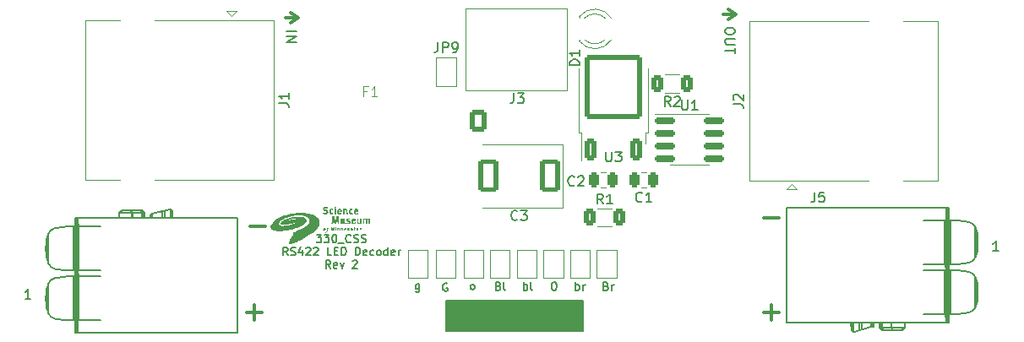
<source format=gto>
G04 #@! TF.GenerationSoftware,KiCad,Pcbnew,8.0.0*
G04 #@! TF.CreationDate,2024-08-30T12:49:36-05:00*
G04 #@! TF.ProjectId,led_segment,6c65645f-7365-4676-9d65-6e742e6b6963,rev?*
G04 #@! TF.SameCoordinates,Original*
G04 #@! TF.FileFunction,Legend,Top*
G04 #@! TF.FilePolarity,Positive*
%FSLAX46Y46*%
G04 Gerber Fmt 4.6, Leading zero omitted, Abs format (unit mm)*
G04 Created by KiCad (PCBNEW 8.0.0) date 2024-08-30 12:49:36*
%MOMM*%
%LPD*%
G01*
G04 APERTURE LIST*
G04 Aperture macros list*
%AMRoundRect*
0 Rectangle with rounded corners*
0 $1 Rounding radius*
0 $2 $3 $4 $5 $6 $7 $8 $9 X,Y pos of 4 corners*
0 Add a 4 corners polygon primitive as box body*
4,1,4,$2,$3,$4,$5,$6,$7,$8,$9,$2,$3,0*
0 Add four circle primitives for the rounded corners*
1,1,$1+$1,$2,$3*
1,1,$1+$1,$4,$5*
1,1,$1+$1,$6,$7*
1,1,$1+$1,$8,$9*
0 Add four rect primitives between the rounded corners*
20,1,$1+$1,$2,$3,$4,$5,0*
20,1,$1+$1,$4,$5,$6,$7,0*
20,1,$1+$1,$6,$7,$8,$9,0*
20,1,$1+$1,$8,$9,$2,$3,0*%
G04 Aperture macros list end*
%ADD10C,0.300000*%
%ADD11C,0.150000*%
%ADD12C,0.127000*%
%ADD13C,0.100000*%
%ADD14C,0.120000*%
%ADD15C,0.000000*%
%ADD16C,0.200000*%
%ADD17C,3.200000*%
%ADD18RoundRect,0.250000X0.312500X0.625000X-0.312500X0.625000X-0.312500X-0.625000X0.312500X-0.625000X0*%
%ADD19R,1.800000X1.800000*%
%ADD20C,1.800000*%
%ADD21RoundRect,0.250000X-0.312500X-0.625000X0.312500X-0.625000X0.312500X0.625000X-0.312500X0.625000X0*%
%ADD22R,1.500000X1.000000*%
%ADD23C,2.804000*%
%ADD24C,3.104000*%
%ADD25O,4.064800X2.134400*%
%ADD26C,3.250000*%
%ADD27R,1.500000X1.500000*%
%ADD28C,1.500000*%
%ADD29C,3.000000*%
%ADD30RoundRect,0.250000X-0.250000X-0.475000X0.250000X-0.475000X0.250000X0.475000X-0.250000X0.475000X0*%
%ADD31RoundRect,0.150000X-0.825000X-0.150000X0.825000X-0.150000X0.825000X0.150000X-0.825000X0.150000X0*%
%ADD32RoundRect,0.250000X0.750000X1.400000X-0.750000X1.400000X-0.750000X-1.400000X0.750000X-1.400000X0*%
%ADD33RoundRect,0.250000X0.350000X-0.850000X0.350000X0.850000X-0.350000X0.850000X-0.350000X-0.850000X0*%
%ADD34RoundRect,0.249997X2.650003X-2.950003X2.650003X2.950003X-2.650003X2.950003X-2.650003X-2.950003X0*%
%ADD35RoundRect,0.250000X-0.620000X-0.845000X0.620000X-0.845000X0.620000X0.845000X-0.620000X0.845000X0*%
%ADD36O,1.740000X2.190000*%
G04 APERTURE END LIST*
D10*
X165035000Y-121500000D02*
X164273000Y-120992000D01*
X207700000Y-121184000D02*
X208970000Y-121184000D01*
D11*
X179894000Y-149860000D02*
X193610000Y-149860000D01*
X193610000Y-152908000D01*
X179894000Y-152908000D01*
X179894000Y-149860000D01*
G36*
X179894000Y-149860000D02*
G01*
X193610000Y-149860000D01*
X193610000Y-152908000D01*
X179894000Y-152908000D01*
X179894000Y-149860000D01*
G37*
D10*
X208970000Y-121184000D02*
X208208000Y-120676000D01*
X163765000Y-121500000D02*
X165035000Y-121500000D01*
X165035000Y-121500000D02*
X164273000Y-122008000D01*
X208970000Y-121184000D02*
X208208000Y-121692000D01*
X211682558Y-141536733D02*
X213206368Y-141536733D01*
D12*
X182488313Y-148739491D02*
X182412123Y-148701396D01*
X182412123Y-148701396D02*
X182374028Y-148663300D01*
X182374028Y-148663300D02*
X182335932Y-148587110D01*
X182335932Y-148587110D02*
X182335932Y-148358538D01*
X182335932Y-148358538D02*
X182374028Y-148282348D01*
X182374028Y-148282348D02*
X182412123Y-148244253D01*
X182412123Y-148244253D02*
X182488313Y-148206157D01*
X182488313Y-148206157D02*
X182602599Y-148206157D01*
X182602599Y-148206157D02*
X182678790Y-148244253D01*
X182678790Y-148244253D02*
X182716885Y-148282348D01*
X182716885Y-148282348D02*
X182754980Y-148358538D01*
X182754980Y-148358538D02*
X182754980Y-148587110D01*
X182754980Y-148587110D02*
X182716885Y-148663300D01*
X182716885Y-148663300D02*
X182678790Y-148701396D01*
X182678790Y-148701396D02*
X182602599Y-148739491D01*
X182602599Y-148739491D02*
X182488313Y-148739491D01*
X195940694Y-148376443D02*
X196054980Y-148414538D01*
X196054980Y-148414538D02*
X196093075Y-148452634D01*
X196093075Y-148452634D02*
X196131171Y-148528824D01*
X196131171Y-148528824D02*
X196131171Y-148643110D01*
X196131171Y-148643110D02*
X196093075Y-148719300D01*
X196093075Y-148719300D02*
X196054980Y-148757396D01*
X196054980Y-148757396D02*
X195978790Y-148795491D01*
X195978790Y-148795491D02*
X195674028Y-148795491D01*
X195674028Y-148795491D02*
X195674028Y-147995491D01*
X195674028Y-147995491D02*
X195940694Y-147995491D01*
X195940694Y-147995491D02*
X196016885Y-148033586D01*
X196016885Y-148033586D02*
X196054980Y-148071681D01*
X196054980Y-148071681D02*
X196093075Y-148147872D01*
X196093075Y-148147872D02*
X196093075Y-148224062D01*
X196093075Y-148224062D02*
X196054980Y-148300253D01*
X196054980Y-148300253D02*
X196016885Y-148338348D01*
X196016885Y-148338348D02*
X195940694Y-148376443D01*
X195940694Y-148376443D02*
X195674028Y-148376443D01*
X196474028Y-148795491D02*
X196474028Y-148262157D01*
X196474028Y-148414538D02*
X196512123Y-148338348D01*
X196512123Y-148338348D02*
X196550218Y-148300253D01*
X196550218Y-148300253D02*
X196626409Y-148262157D01*
X196626409Y-148262157D02*
X196702599Y-148262157D01*
X185140694Y-148376443D02*
X185254980Y-148414538D01*
X185254980Y-148414538D02*
X185293075Y-148452634D01*
X185293075Y-148452634D02*
X185331171Y-148528824D01*
X185331171Y-148528824D02*
X185331171Y-148643110D01*
X185331171Y-148643110D02*
X185293075Y-148719300D01*
X185293075Y-148719300D02*
X185254980Y-148757396D01*
X185254980Y-148757396D02*
X185178790Y-148795491D01*
X185178790Y-148795491D02*
X184874028Y-148795491D01*
X184874028Y-148795491D02*
X184874028Y-147995491D01*
X184874028Y-147995491D02*
X185140694Y-147995491D01*
X185140694Y-147995491D02*
X185216885Y-148033586D01*
X185216885Y-148033586D02*
X185254980Y-148071681D01*
X185254980Y-148071681D02*
X185293075Y-148147872D01*
X185293075Y-148147872D02*
X185293075Y-148224062D01*
X185293075Y-148224062D02*
X185254980Y-148300253D01*
X185254980Y-148300253D02*
X185216885Y-148338348D01*
X185216885Y-148338348D02*
X185140694Y-148376443D01*
X185140694Y-148376443D02*
X184874028Y-148376443D01*
X185788313Y-148795491D02*
X185712123Y-148757396D01*
X185712123Y-148757396D02*
X185674028Y-148681205D01*
X185674028Y-148681205D02*
X185674028Y-147995491D01*
X190626409Y-147995491D02*
X190778790Y-147995491D01*
X190778790Y-147995491D02*
X190854980Y-148033586D01*
X190854980Y-148033586D02*
X190931171Y-148109776D01*
X190931171Y-148109776D02*
X190969266Y-148262157D01*
X190969266Y-148262157D02*
X190969266Y-148528824D01*
X190969266Y-148528824D02*
X190931171Y-148681205D01*
X190931171Y-148681205D02*
X190854980Y-148757396D01*
X190854980Y-148757396D02*
X190778790Y-148795491D01*
X190778790Y-148795491D02*
X190626409Y-148795491D01*
X190626409Y-148795491D02*
X190550218Y-148757396D01*
X190550218Y-148757396D02*
X190474028Y-148681205D01*
X190474028Y-148681205D02*
X190435932Y-148528824D01*
X190435932Y-148528824D02*
X190435932Y-148262157D01*
X190435932Y-148262157D02*
X190474028Y-148109776D01*
X190474028Y-148109776D02*
X190550218Y-148033586D01*
X190550218Y-148033586D02*
X190626409Y-147995491D01*
D10*
X160247558Y-142425733D02*
X161771368Y-142425733D01*
D12*
X177216885Y-148162157D02*
X177216885Y-148809776D01*
X177216885Y-148809776D02*
X177178790Y-148885967D01*
X177178790Y-148885967D02*
X177140694Y-148924062D01*
X177140694Y-148924062D02*
X177064504Y-148962157D01*
X177064504Y-148962157D02*
X176950218Y-148962157D01*
X176950218Y-148962157D02*
X176874028Y-148924062D01*
X177216885Y-148657396D02*
X177140694Y-148695491D01*
X177140694Y-148695491D02*
X176988313Y-148695491D01*
X176988313Y-148695491D02*
X176912123Y-148657396D01*
X176912123Y-148657396D02*
X176874028Y-148619300D01*
X176874028Y-148619300D02*
X176835932Y-148543110D01*
X176835932Y-148543110D02*
X176835932Y-148314538D01*
X176835932Y-148314538D02*
X176874028Y-148238348D01*
X176874028Y-148238348D02*
X176912123Y-148200253D01*
X176912123Y-148200253D02*
X176988313Y-148162157D01*
X176988313Y-148162157D02*
X177140694Y-148162157D01*
X177140694Y-148162157D02*
X177216885Y-148200253D01*
X192874028Y-148795491D02*
X192874028Y-147995491D01*
X192874028Y-148300253D02*
X192950218Y-148262157D01*
X192950218Y-148262157D02*
X193102599Y-148262157D01*
X193102599Y-148262157D02*
X193178790Y-148300253D01*
X193178790Y-148300253D02*
X193216885Y-148338348D01*
X193216885Y-148338348D02*
X193254980Y-148414538D01*
X193254980Y-148414538D02*
X193254980Y-148643110D01*
X193254980Y-148643110D02*
X193216885Y-148719300D01*
X193216885Y-148719300D02*
X193178790Y-148757396D01*
X193178790Y-148757396D02*
X193102599Y-148795491D01*
X193102599Y-148795491D02*
X192950218Y-148795491D01*
X192950218Y-148795491D02*
X192874028Y-148757396D01*
X193597838Y-148795491D02*
X193597838Y-148262157D01*
X193597838Y-148414538D02*
X193635933Y-148338348D01*
X193635933Y-148338348D02*
X193674028Y-148300253D01*
X193674028Y-148300253D02*
X193750219Y-148262157D01*
X193750219Y-148262157D02*
X193826409Y-148262157D01*
D11*
X208830180Y-122727255D02*
X208830180Y-122917731D01*
X208830180Y-122917731D02*
X208782561Y-123012969D01*
X208782561Y-123012969D02*
X208687323Y-123108207D01*
X208687323Y-123108207D02*
X208496847Y-123155826D01*
X208496847Y-123155826D02*
X208163514Y-123155826D01*
X208163514Y-123155826D02*
X207973038Y-123108207D01*
X207973038Y-123108207D02*
X207877800Y-123012969D01*
X207877800Y-123012969D02*
X207830180Y-122917731D01*
X207830180Y-122917731D02*
X207830180Y-122727255D01*
X207830180Y-122727255D02*
X207877800Y-122632017D01*
X207877800Y-122632017D02*
X207973038Y-122536779D01*
X207973038Y-122536779D02*
X208163514Y-122489160D01*
X208163514Y-122489160D02*
X208496847Y-122489160D01*
X208496847Y-122489160D02*
X208687323Y-122536779D01*
X208687323Y-122536779D02*
X208782561Y-122632017D01*
X208782561Y-122632017D02*
X208830180Y-122727255D01*
X208830180Y-123584398D02*
X208020657Y-123584398D01*
X208020657Y-123584398D02*
X207925419Y-123632017D01*
X207925419Y-123632017D02*
X207877800Y-123679636D01*
X207877800Y-123679636D02*
X207830180Y-123774874D01*
X207830180Y-123774874D02*
X207830180Y-123965350D01*
X207830180Y-123965350D02*
X207877800Y-124060588D01*
X207877800Y-124060588D02*
X207925419Y-124108207D01*
X207925419Y-124108207D02*
X208020657Y-124155826D01*
X208020657Y-124155826D02*
X208830180Y-124155826D01*
X208830180Y-124489160D02*
X208830180Y-125060588D01*
X207830180Y-124774874D02*
X208830180Y-124774874D01*
D10*
X211682558Y-151061733D02*
X213206368Y-151061733D01*
X212444463Y-151823638D02*
X212444463Y-150299828D01*
D11*
X166904761Y-143218385D02*
X167399999Y-143218385D01*
X167399999Y-143218385D02*
X167133333Y-143523147D01*
X167133333Y-143523147D02*
X167247618Y-143523147D01*
X167247618Y-143523147D02*
X167323809Y-143561242D01*
X167323809Y-143561242D02*
X167361904Y-143599337D01*
X167361904Y-143599337D02*
X167399999Y-143675528D01*
X167399999Y-143675528D02*
X167399999Y-143866004D01*
X167399999Y-143866004D02*
X167361904Y-143942194D01*
X167361904Y-143942194D02*
X167323809Y-143980290D01*
X167323809Y-143980290D02*
X167247618Y-144018385D01*
X167247618Y-144018385D02*
X167019047Y-144018385D01*
X167019047Y-144018385D02*
X166942856Y-143980290D01*
X166942856Y-143980290D02*
X166904761Y-143942194D01*
X167666666Y-143218385D02*
X168161904Y-143218385D01*
X168161904Y-143218385D02*
X167895238Y-143523147D01*
X167895238Y-143523147D02*
X168009523Y-143523147D01*
X168009523Y-143523147D02*
X168085714Y-143561242D01*
X168085714Y-143561242D02*
X168123809Y-143599337D01*
X168123809Y-143599337D02*
X168161904Y-143675528D01*
X168161904Y-143675528D02*
X168161904Y-143866004D01*
X168161904Y-143866004D02*
X168123809Y-143942194D01*
X168123809Y-143942194D02*
X168085714Y-143980290D01*
X168085714Y-143980290D02*
X168009523Y-144018385D01*
X168009523Y-144018385D02*
X167780952Y-144018385D01*
X167780952Y-144018385D02*
X167704761Y-143980290D01*
X167704761Y-143980290D02*
X167666666Y-143942194D01*
X168657143Y-143218385D02*
X168733333Y-143218385D01*
X168733333Y-143218385D02*
X168809524Y-143256480D01*
X168809524Y-143256480D02*
X168847619Y-143294575D01*
X168847619Y-143294575D02*
X168885714Y-143370766D01*
X168885714Y-143370766D02*
X168923809Y-143523147D01*
X168923809Y-143523147D02*
X168923809Y-143713623D01*
X168923809Y-143713623D02*
X168885714Y-143866004D01*
X168885714Y-143866004D02*
X168847619Y-143942194D01*
X168847619Y-143942194D02*
X168809524Y-143980290D01*
X168809524Y-143980290D02*
X168733333Y-144018385D01*
X168733333Y-144018385D02*
X168657143Y-144018385D01*
X168657143Y-144018385D02*
X168580952Y-143980290D01*
X168580952Y-143980290D02*
X168542857Y-143942194D01*
X168542857Y-143942194D02*
X168504762Y-143866004D01*
X168504762Y-143866004D02*
X168466666Y-143713623D01*
X168466666Y-143713623D02*
X168466666Y-143523147D01*
X168466666Y-143523147D02*
X168504762Y-143370766D01*
X168504762Y-143370766D02*
X168542857Y-143294575D01*
X168542857Y-143294575D02*
X168580952Y-143256480D01*
X168580952Y-143256480D02*
X168657143Y-143218385D01*
X169076191Y-144094575D02*
X169685714Y-144094575D01*
X170333334Y-143942194D02*
X170295238Y-143980290D01*
X170295238Y-143980290D02*
X170180953Y-144018385D01*
X170180953Y-144018385D02*
X170104762Y-144018385D01*
X170104762Y-144018385D02*
X169990476Y-143980290D01*
X169990476Y-143980290D02*
X169914286Y-143904099D01*
X169914286Y-143904099D02*
X169876191Y-143827909D01*
X169876191Y-143827909D02*
X169838095Y-143675528D01*
X169838095Y-143675528D02*
X169838095Y-143561242D01*
X169838095Y-143561242D02*
X169876191Y-143408861D01*
X169876191Y-143408861D02*
X169914286Y-143332670D01*
X169914286Y-143332670D02*
X169990476Y-143256480D01*
X169990476Y-143256480D02*
X170104762Y-143218385D01*
X170104762Y-143218385D02*
X170180953Y-143218385D01*
X170180953Y-143218385D02*
X170295238Y-143256480D01*
X170295238Y-143256480D02*
X170333334Y-143294575D01*
X170638095Y-143980290D02*
X170752381Y-144018385D01*
X170752381Y-144018385D02*
X170942857Y-144018385D01*
X170942857Y-144018385D02*
X171019048Y-143980290D01*
X171019048Y-143980290D02*
X171057143Y-143942194D01*
X171057143Y-143942194D02*
X171095238Y-143866004D01*
X171095238Y-143866004D02*
X171095238Y-143789813D01*
X171095238Y-143789813D02*
X171057143Y-143713623D01*
X171057143Y-143713623D02*
X171019048Y-143675528D01*
X171019048Y-143675528D02*
X170942857Y-143637432D01*
X170942857Y-143637432D02*
X170790476Y-143599337D01*
X170790476Y-143599337D02*
X170714286Y-143561242D01*
X170714286Y-143561242D02*
X170676191Y-143523147D01*
X170676191Y-143523147D02*
X170638095Y-143446956D01*
X170638095Y-143446956D02*
X170638095Y-143370766D01*
X170638095Y-143370766D02*
X170676191Y-143294575D01*
X170676191Y-143294575D02*
X170714286Y-143256480D01*
X170714286Y-143256480D02*
X170790476Y-143218385D01*
X170790476Y-143218385D02*
X170980953Y-143218385D01*
X170980953Y-143218385D02*
X171095238Y-143256480D01*
X171400000Y-143980290D02*
X171514286Y-144018385D01*
X171514286Y-144018385D02*
X171704762Y-144018385D01*
X171704762Y-144018385D02*
X171780953Y-143980290D01*
X171780953Y-143980290D02*
X171819048Y-143942194D01*
X171819048Y-143942194D02*
X171857143Y-143866004D01*
X171857143Y-143866004D02*
X171857143Y-143789813D01*
X171857143Y-143789813D02*
X171819048Y-143713623D01*
X171819048Y-143713623D02*
X171780953Y-143675528D01*
X171780953Y-143675528D02*
X171704762Y-143637432D01*
X171704762Y-143637432D02*
X171552381Y-143599337D01*
X171552381Y-143599337D02*
X171476191Y-143561242D01*
X171476191Y-143561242D02*
X171438096Y-143523147D01*
X171438096Y-143523147D02*
X171400000Y-143446956D01*
X171400000Y-143446956D02*
X171400000Y-143370766D01*
X171400000Y-143370766D02*
X171438096Y-143294575D01*
X171438096Y-143294575D02*
X171476191Y-143256480D01*
X171476191Y-143256480D02*
X171552381Y-143218385D01*
X171552381Y-143218385D02*
X171742858Y-143218385D01*
X171742858Y-143218385D02*
X171857143Y-143256480D01*
X164028571Y-145306340D02*
X163761904Y-144925387D01*
X163571428Y-145306340D02*
X163571428Y-144506340D01*
X163571428Y-144506340D02*
X163876190Y-144506340D01*
X163876190Y-144506340D02*
X163952380Y-144544435D01*
X163952380Y-144544435D02*
X163990475Y-144582530D01*
X163990475Y-144582530D02*
X164028571Y-144658721D01*
X164028571Y-144658721D02*
X164028571Y-144773006D01*
X164028571Y-144773006D02*
X163990475Y-144849197D01*
X163990475Y-144849197D02*
X163952380Y-144887292D01*
X163952380Y-144887292D02*
X163876190Y-144925387D01*
X163876190Y-144925387D02*
X163571428Y-144925387D01*
X164333332Y-145268245D02*
X164447618Y-145306340D01*
X164447618Y-145306340D02*
X164638094Y-145306340D01*
X164638094Y-145306340D02*
X164714285Y-145268245D01*
X164714285Y-145268245D02*
X164752380Y-145230149D01*
X164752380Y-145230149D02*
X164790475Y-145153959D01*
X164790475Y-145153959D02*
X164790475Y-145077768D01*
X164790475Y-145077768D02*
X164752380Y-145001578D01*
X164752380Y-145001578D02*
X164714285Y-144963483D01*
X164714285Y-144963483D02*
X164638094Y-144925387D01*
X164638094Y-144925387D02*
X164485713Y-144887292D01*
X164485713Y-144887292D02*
X164409523Y-144849197D01*
X164409523Y-144849197D02*
X164371428Y-144811102D01*
X164371428Y-144811102D02*
X164333332Y-144734911D01*
X164333332Y-144734911D02*
X164333332Y-144658721D01*
X164333332Y-144658721D02*
X164371428Y-144582530D01*
X164371428Y-144582530D02*
X164409523Y-144544435D01*
X164409523Y-144544435D02*
X164485713Y-144506340D01*
X164485713Y-144506340D02*
X164676190Y-144506340D01*
X164676190Y-144506340D02*
X164790475Y-144544435D01*
X165476190Y-144773006D02*
X165476190Y-145306340D01*
X165285714Y-144468245D02*
X165095237Y-145039673D01*
X165095237Y-145039673D02*
X165590476Y-145039673D01*
X165857142Y-144582530D02*
X165895238Y-144544435D01*
X165895238Y-144544435D02*
X165971428Y-144506340D01*
X165971428Y-144506340D02*
X166161904Y-144506340D01*
X166161904Y-144506340D02*
X166238095Y-144544435D01*
X166238095Y-144544435D02*
X166276190Y-144582530D01*
X166276190Y-144582530D02*
X166314285Y-144658721D01*
X166314285Y-144658721D02*
X166314285Y-144734911D01*
X166314285Y-144734911D02*
X166276190Y-144849197D01*
X166276190Y-144849197D02*
X165819047Y-145306340D01*
X165819047Y-145306340D02*
X166314285Y-145306340D01*
X166619047Y-144582530D02*
X166657143Y-144544435D01*
X166657143Y-144544435D02*
X166733333Y-144506340D01*
X166733333Y-144506340D02*
X166923809Y-144506340D01*
X166923809Y-144506340D02*
X167000000Y-144544435D01*
X167000000Y-144544435D02*
X167038095Y-144582530D01*
X167038095Y-144582530D02*
X167076190Y-144658721D01*
X167076190Y-144658721D02*
X167076190Y-144734911D01*
X167076190Y-144734911D02*
X167038095Y-144849197D01*
X167038095Y-144849197D02*
X166580952Y-145306340D01*
X166580952Y-145306340D02*
X167076190Y-145306340D01*
X168409524Y-145306340D02*
X168028572Y-145306340D01*
X168028572Y-145306340D02*
X168028572Y-144506340D01*
X168676191Y-144887292D02*
X168942857Y-144887292D01*
X169057143Y-145306340D02*
X168676191Y-145306340D01*
X168676191Y-145306340D02*
X168676191Y-144506340D01*
X168676191Y-144506340D02*
X169057143Y-144506340D01*
X169400001Y-145306340D02*
X169400001Y-144506340D01*
X169400001Y-144506340D02*
X169590477Y-144506340D01*
X169590477Y-144506340D02*
X169704763Y-144544435D01*
X169704763Y-144544435D02*
X169780953Y-144620625D01*
X169780953Y-144620625D02*
X169819048Y-144696816D01*
X169819048Y-144696816D02*
X169857144Y-144849197D01*
X169857144Y-144849197D02*
X169857144Y-144963483D01*
X169857144Y-144963483D02*
X169819048Y-145115864D01*
X169819048Y-145115864D02*
X169780953Y-145192054D01*
X169780953Y-145192054D02*
X169704763Y-145268245D01*
X169704763Y-145268245D02*
X169590477Y-145306340D01*
X169590477Y-145306340D02*
X169400001Y-145306340D01*
X170809525Y-145306340D02*
X170809525Y-144506340D01*
X170809525Y-144506340D02*
X171000001Y-144506340D01*
X171000001Y-144506340D02*
X171114287Y-144544435D01*
X171114287Y-144544435D02*
X171190477Y-144620625D01*
X171190477Y-144620625D02*
X171228572Y-144696816D01*
X171228572Y-144696816D02*
X171266668Y-144849197D01*
X171266668Y-144849197D02*
X171266668Y-144963483D01*
X171266668Y-144963483D02*
X171228572Y-145115864D01*
X171228572Y-145115864D02*
X171190477Y-145192054D01*
X171190477Y-145192054D02*
X171114287Y-145268245D01*
X171114287Y-145268245D02*
X171000001Y-145306340D01*
X171000001Y-145306340D02*
X170809525Y-145306340D01*
X171914287Y-145268245D02*
X171838096Y-145306340D01*
X171838096Y-145306340D02*
X171685715Y-145306340D01*
X171685715Y-145306340D02*
X171609525Y-145268245D01*
X171609525Y-145268245D02*
X171571429Y-145192054D01*
X171571429Y-145192054D02*
X171571429Y-144887292D01*
X171571429Y-144887292D02*
X171609525Y-144811102D01*
X171609525Y-144811102D02*
X171685715Y-144773006D01*
X171685715Y-144773006D02*
X171838096Y-144773006D01*
X171838096Y-144773006D02*
X171914287Y-144811102D01*
X171914287Y-144811102D02*
X171952382Y-144887292D01*
X171952382Y-144887292D02*
X171952382Y-144963483D01*
X171952382Y-144963483D02*
X171571429Y-145039673D01*
X172638096Y-145268245D02*
X172561905Y-145306340D01*
X172561905Y-145306340D02*
X172409524Y-145306340D01*
X172409524Y-145306340D02*
X172333334Y-145268245D01*
X172333334Y-145268245D02*
X172295239Y-145230149D01*
X172295239Y-145230149D02*
X172257143Y-145153959D01*
X172257143Y-145153959D02*
X172257143Y-144925387D01*
X172257143Y-144925387D02*
X172295239Y-144849197D01*
X172295239Y-144849197D02*
X172333334Y-144811102D01*
X172333334Y-144811102D02*
X172409524Y-144773006D01*
X172409524Y-144773006D02*
X172561905Y-144773006D01*
X172561905Y-144773006D02*
X172638096Y-144811102D01*
X173095238Y-145306340D02*
X173019048Y-145268245D01*
X173019048Y-145268245D02*
X172980953Y-145230149D01*
X172980953Y-145230149D02*
X172942857Y-145153959D01*
X172942857Y-145153959D02*
X172942857Y-144925387D01*
X172942857Y-144925387D02*
X172980953Y-144849197D01*
X172980953Y-144849197D02*
X173019048Y-144811102D01*
X173019048Y-144811102D02*
X173095238Y-144773006D01*
X173095238Y-144773006D02*
X173209524Y-144773006D01*
X173209524Y-144773006D02*
X173285715Y-144811102D01*
X173285715Y-144811102D02*
X173323810Y-144849197D01*
X173323810Y-144849197D02*
X173361905Y-144925387D01*
X173361905Y-144925387D02*
X173361905Y-145153959D01*
X173361905Y-145153959D02*
X173323810Y-145230149D01*
X173323810Y-145230149D02*
X173285715Y-145268245D01*
X173285715Y-145268245D02*
X173209524Y-145306340D01*
X173209524Y-145306340D02*
X173095238Y-145306340D01*
X174047620Y-145306340D02*
X174047620Y-144506340D01*
X174047620Y-145268245D02*
X173971429Y-145306340D01*
X173971429Y-145306340D02*
X173819048Y-145306340D01*
X173819048Y-145306340D02*
X173742858Y-145268245D01*
X173742858Y-145268245D02*
X173704763Y-145230149D01*
X173704763Y-145230149D02*
X173666667Y-145153959D01*
X173666667Y-145153959D02*
X173666667Y-144925387D01*
X173666667Y-144925387D02*
X173704763Y-144849197D01*
X173704763Y-144849197D02*
X173742858Y-144811102D01*
X173742858Y-144811102D02*
X173819048Y-144773006D01*
X173819048Y-144773006D02*
X173971429Y-144773006D01*
X173971429Y-144773006D02*
X174047620Y-144811102D01*
X174733335Y-145268245D02*
X174657144Y-145306340D01*
X174657144Y-145306340D02*
X174504763Y-145306340D01*
X174504763Y-145306340D02*
X174428573Y-145268245D01*
X174428573Y-145268245D02*
X174390477Y-145192054D01*
X174390477Y-145192054D02*
X174390477Y-144887292D01*
X174390477Y-144887292D02*
X174428573Y-144811102D01*
X174428573Y-144811102D02*
X174504763Y-144773006D01*
X174504763Y-144773006D02*
X174657144Y-144773006D01*
X174657144Y-144773006D02*
X174733335Y-144811102D01*
X174733335Y-144811102D02*
X174771430Y-144887292D01*
X174771430Y-144887292D02*
X174771430Y-144963483D01*
X174771430Y-144963483D02*
X174390477Y-145039673D01*
X175114287Y-145306340D02*
X175114287Y-144773006D01*
X175114287Y-144925387D02*
X175152382Y-144849197D01*
X175152382Y-144849197D02*
X175190477Y-144811102D01*
X175190477Y-144811102D02*
X175266668Y-144773006D01*
X175266668Y-144773006D02*
X175342858Y-144773006D01*
X168314286Y-146594295D02*
X168047619Y-146213342D01*
X167857143Y-146594295D02*
X167857143Y-145794295D01*
X167857143Y-145794295D02*
X168161905Y-145794295D01*
X168161905Y-145794295D02*
X168238095Y-145832390D01*
X168238095Y-145832390D02*
X168276190Y-145870485D01*
X168276190Y-145870485D02*
X168314286Y-145946676D01*
X168314286Y-145946676D02*
X168314286Y-146060961D01*
X168314286Y-146060961D02*
X168276190Y-146137152D01*
X168276190Y-146137152D02*
X168238095Y-146175247D01*
X168238095Y-146175247D02*
X168161905Y-146213342D01*
X168161905Y-146213342D02*
X167857143Y-146213342D01*
X168961905Y-146556200D02*
X168885714Y-146594295D01*
X168885714Y-146594295D02*
X168733333Y-146594295D01*
X168733333Y-146594295D02*
X168657143Y-146556200D01*
X168657143Y-146556200D02*
X168619047Y-146480009D01*
X168619047Y-146480009D02*
X168619047Y-146175247D01*
X168619047Y-146175247D02*
X168657143Y-146099057D01*
X168657143Y-146099057D02*
X168733333Y-146060961D01*
X168733333Y-146060961D02*
X168885714Y-146060961D01*
X168885714Y-146060961D02*
X168961905Y-146099057D01*
X168961905Y-146099057D02*
X169000000Y-146175247D01*
X169000000Y-146175247D02*
X169000000Y-146251438D01*
X169000000Y-146251438D02*
X168619047Y-146327628D01*
X169266666Y-146060961D02*
X169457142Y-146594295D01*
X169457142Y-146594295D02*
X169647619Y-146060961D01*
X170523809Y-145870485D02*
X170561905Y-145832390D01*
X170561905Y-145832390D02*
X170638095Y-145794295D01*
X170638095Y-145794295D02*
X170828571Y-145794295D01*
X170828571Y-145794295D02*
X170904762Y-145832390D01*
X170904762Y-145832390D02*
X170942857Y-145870485D01*
X170942857Y-145870485D02*
X170980952Y-145946676D01*
X170980952Y-145946676D02*
X170980952Y-146022866D01*
X170980952Y-146022866D02*
X170942857Y-146137152D01*
X170942857Y-146137152D02*
X170485714Y-146594295D01*
X170485714Y-146594295D02*
X170980952Y-146594295D01*
D12*
X187674028Y-148795491D02*
X187674028Y-147995491D01*
X187674028Y-148300253D02*
X187750218Y-148262157D01*
X187750218Y-148262157D02*
X187902599Y-148262157D01*
X187902599Y-148262157D02*
X187978790Y-148300253D01*
X187978790Y-148300253D02*
X188016885Y-148338348D01*
X188016885Y-148338348D02*
X188054980Y-148414538D01*
X188054980Y-148414538D02*
X188054980Y-148643110D01*
X188054980Y-148643110D02*
X188016885Y-148719300D01*
X188016885Y-148719300D02*
X187978790Y-148757396D01*
X187978790Y-148757396D02*
X187902599Y-148795491D01*
X187902599Y-148795491D02*
X187750218Y-148795491D01*
X187750218Y-148795491D02*
X187674028Y-148757396D01*
X188512123Y-148795491D02*
X188435933Y-148757396D01*
X188435933Y-148757396D02*
X188397838Y-148681205D01*
X188397838Y-148681205D02*
X188397838Y-147995491D01*
D11*
X163895180Y-122852779D02*
X164895180Y-122852779D01*
X163895180Y-123328969D02*
X164895180Y-123328969D01*
X164895180Y-123328969D02*
X163895180Y-123900397D01*
X163895180Y-123900397D02*
X164895180Y-123900397D01*
D12*
X179993075Y-148133586D02*
X179916885Y-148095491D01*
X179916885Y-148095491D02*
X179802599Y-148095491D01*
X179802599Y-148095491D02*
X179688313Y-148133586D01*
X179688313Y-148133586D02*
X179612123Y-148209776D01*
X179612123Y-148209776D02*
X179574028Y-148285967D01*
X179574028Y-148285967D02*
X179535932Y-148438348D01*
X179535932Y-148438348D02*
X179535932Y-148552634D01*
X179535932Y-148552634D02*
X179574028Y-148705015D01*
X179574028Y-148705015D02*
X179612123Y-148781205D01*
X179612123Y-148781205D02*
X179688313Y-148857396D01*
X179688313Y-148857396D02*
X179802599Y-148895491D01*
X179802599Y-148895491D02*
X179878790Y-148895491D01*
X179878790Y-148895491D02*
X179993075Y-148857396D01*
X179993075Y-148857396D02*
X180031171Y-148819300D01*
X180031171Y-148819300D02*
X180031171Y-148552634D01*
X180031171Y-148552634D02*
X179878790Y-148552634D01*
D10*
X159866558Y-151061733D02*
X161390368Y-151061733D01*
X160628463Y-151823638D02*
X160628463Y-150299828D01*
D11*
X202370833Y-130374819D02*
X202037500Y-129898628D01*
X201799405Y-130374819D02*
X201799405Y-129374819D01*
X201799405Y-129374819D02*
X202180357Y-129374819D01*
X202180357Y-129374819D02*
X202275595Y-129422438D01*
X202275595Y-129422438D02*
X202323214Y-129470057D01*
X202323214Y-129470057D02*
X202370833Y-129565295D01*
X202370833Y-129565295D02*
X202370833Y-129708152D01*
X202370833Y-129708152D02*
X202323214Y-129803390D01*
X202323214Y-129803390D02*
X202275595Y-129851009D01*
X202275595Y-129851009D02*
X202180357Y-129898628D01*
X202180357Y-129898628D02*
X201799405Y-129898628D01*
X202751786Y-129470057D02*
X202799405Y-129422438D01*
X202799405Y-129422438D02*
X202894643Y-129374819D01*
X202894643Y-129374819D02*
X203132738Y-129374819D01*
X203132738Y-129374819D02*
X203227976Y-129422438D01*
X203227976Y-129422438D02*
X203275595Y-129470057D01*
X203275595Y-129470057D02*
X203323214Y-129565295D01*
X203323214Y-129565295D02*
X203323214Y-129660533D01*
X203323214Y-129660533D02*
X203275595Y-129803390D01*
X203275595Y-129803390D02*
X202704167Y-130374819D01*
X202704167Y-130374819D02*
X203323214Y-130374819D01*
X193254819Y-126238094D02*
X192254819Y-126238094D01*
X192254819Y-126238094D02*
X192254819Y-125999999D01*
X192254819Y-125999999D02*
X192302438Y-125857142D01*
X192302438Y-125857142D02*
X192397676Y-125761904D01*
X192397676Y-125761904D02*
X192492914Y-125714285D01*
X192492914Y-125714285D02*
X192683390Y-125666666D01*
X192683390Y-125666666D02*
X192826247Y-125666666D01*
X192826247Y-125666666D02*
X193016723Y-125714285D01*
X193016723Y-125714285D02*
X193111961Y-125761904D01*
X193111961Y-125761904D02*
X193207200Y-125857142D01*
X193207200Y-125857142D02*
X193254819Y-125999999D01*
X193254819Y-125999999D02*
X193254819Y-126238094D01*
X193254819Y-124714285D02*
X193254819Y-125285713D01*
X193254819Y-124999999D02*
X192254819Y-124999999D01*
X192254819Y-124999999D02*
X192397676Y-125095237D01*
X192397676Y-125095237D02*
X192492914Y-125190475D01*
X192492914Y-125190475D02*
X192540533Y-125285713D01*
X195620833Y-140134819D02*
X195287500Y-139658628D01*
X195049405Y-140134819D02*
X195049405Y-139134819D01*
X195049405Y-139134819D02*
X195430357Y-139134819D01*
X195430357Y-139134819D02*
X195525595Y-139182438D01*
X195525595Y-139182438D02*
X195573214Y-139230057D01*
X195573214Y-139230057D02*
X195620833Y-139325295D01*
X195620833Y-139325295D02*
X195620833Y-139468152D01*
X195620833Y-139468152D02*
X195573214Y-139563390D01*
X195573214Y-139563390D02*
X195525595Y-139611009D01*
X195525595Y-139611009D02*
X195430357Y-139658628D01*
X195430357Y-139658628D02*
X195049405Y-139658628D01*
X196573214Y-140134819D02*
X196001786Y-140134819D01*
X196287500Y-140134819D02*
X196287500Y-139134819D01*
X196287500Y-139134819D02*
X196192262Y-139277676D01*
X196192262Y-139277676D02*
X196097024Y-139372914D01*
X196097024Y-139372914D02*
X196001786Y-139420533D01*
D13*
X171940666Y-128838609D02*
X171607333Y-128838609D01*
X171607333Y-129362419D02*
X171607333Y-128362419D01*
X171607333Y-128362419D02*
X172083523Y-128362419D01*
X172988285Y-129362419D02*
X172416857Y-129362419D01*
X172702571Y-129362419D02*
X172702571Y-128362419D01*
X172702571Y-128362419D02*
X172607333Y-128505276D01*
X172607333Y-128505276D02*
X172512095Y-128600514D01*
X172512095Y-128600514D02*
X172416857Y-128648133D01*
D11*
X138275714Y-149680819D02*
X137704286Y-149680819D01*
X137990000Y-149680819D02*
X137990000Y-148680819D01*
X137990000Y-148680819D02*
X137894762Y-148823676D01*
X137894762Y-148823676D02*
X137799524Y-148918914D01*
X137799524Y-148918914D02*
X137704286Y-148966533D01*
X208664819Y-130148333D02*
X209379104Y-130148333D01*
X209379104Y-130148333D02*
X209521961Y-130195952D01*
X209521961Y-130195952D02*
X209617200Y-130291190D01*
X209617200Y-130291190D02*
X209664819Y-130434047D01*
X209664819Y-130434047D02*
X209664819Y-130529285D01*
X208760057Y-129719761D02*
X208712438Y-129672142D01*
X208712438Y-129672142D02*
X208664819Y-129576904D01*
X208664819Y-129576904D02*
X208664819Y-129338809D01*
X208664819Y-129338809D02*
X208712438Y-129243571D01*
X208712438Y-129243571D02*
X208760057Y-129195952D01*
X208760057Y-129195952D02*
X208855295Y-129148333D01*
X208855295Y-129148333D02*
X208950533Y-129148333D01*
X208950533Y-129148333D02*
X209093390Y-129195952D01*
X209093390Y-129195952D02*
X209664819Y-129767380D01*
X209664819Y-129767380D02*
X209664819Y-129148333D01*
X192733333Y-138259580D02*
X192685714Y-138307200D01*
X192685714Y-138307200D02*
X192542857Y-138354819D01*
X192542857Y-138354819D02*
X192447619Y-138354819D01*
X192447619Y-138354819D02*
X192304762Y-138307200D01*
X192304762Y-138307200D02*
X192209524Y-138211961D01*
X192209524Y-138211961D02*
X192161905Y-138116723D01*
X192161905Y-138116723D02*
X192114286Y-137926247D01*
X192114286Y-137926247D02*
X192114286Y-137783390D01*
X192114286Y-137783390D02*
X192161905Y-137592914D01*
X192161905Y-137592914D02*
X192209524Y-137497676D01*
X192209524Y-137497676D02*
X192304762Y-137402438D01*
X192304762Y-137402438D02*
X192447619Y-137354819D01*
X192447619Y-137354819D02*
X192542857Y-137354819D01*
X192542857Y-137354819D02*
X192685714Y-137402438D01*
X192685714Y-137402438D02*
X192733333Y-137450057D01*
X193114286Y-137450057D02*
X193161905Y-137402438D01*
X193161905Y-137402438D02*
X193257143Y-137354819D01*
X193257143Y-137354819D02*
X193495238Y-137354819D01*
X193495238Y-137354819D02*
X193590476Y-137402438D01*
X193590476Y-137402438D02*
X193638095Y-137450057D01*
X193638095Y-137450057D02*
X193685714Y-137545295D01*
X193685714Y-137545295D02*
X193685714Y-137640533D01*
X193685714Y-137640533D02*
X193638095Y-137783390D01*
X193638095Y-137783390D02*
X193066667Y-138354819D01*
X193066667Y-138354819D02*
X193685714Y-138354819D01*
X203510095Y-129732819D02*
X203510095Y-130542342D01*
X203510095Y-130542342D02*
X203557714Y-130637580D01*
X203557714Y-130637580D02*
X203605333Y-130685200D01*
X203605333Y-130685200D02*
X203700571Y-130732819D01*
X203700571Y-130732819D02*
X203891047Y-130732819D01*
X203891047Y-130732819D02*
X203986285Y-130685200D01*
X203986285Y-130685200D02*
X204033904Y-130637580D01*
X204033904Y-130637580D02*
X204081523Y-130542342D01*
X204081523Y-130542342D02*
X204081523Y-129732819D01*
X205081523Y-130732819D02*
X204510095Y-130732819D01*
X204795809Y-130732819D02*
X204795809Y-129732819D01*
X204795809Y-129732819D02*
X204700571Y-129875676D01*
X204700571Y-129875676D02*
X204605333Y-129970914D01*
X204605333Y-129970914D02*
X204510095Y-130018533D01*
X199533333Y-139879580D02*
X199485714Y-139927200D01*
X199485714Y-139927200D02*
X199342857Y-139974819D01*
X199342857Y-139974819D02*
X199247619Y-139974819D01*
X199247619Y-139974819D02*
X199104762Y-139927200D01*
X199104762Y-139927200D02*
X199009524Y-139831961D01*
X199009524Y-139831961D02*
X198961905Y-139736723D01*
X198961905Y-139736723D02*
X198914286Y-139546247D01*
X198914286Y-139546247D02*
X198914286Y-139403390D01*
X198914286Y-139403390D02*
X198961905Y-139212914D01*
X198961905Y-139212914D02*
X199009524Y-139117676D01*
X199009524Y-139117676D02*
X199104762Y-139022438D01*
X199104762Y-139022438D02*
X199247619Y-138974819D01*
X199247619Y-138974819D02*
X199342857Y-138974819D01*
X199342857Y-138974819D02*
X199485714Y-139022438D01*
X199485714Y-139022438D02*
X199533333Y-139070057D01*
X200485714Y-139974819D02*
X199914286Y-139974819D01*
X200200000Y-139974819D02*
X200200000Y-138974819D01*
X200200000Y-138974819D02*
X200104762Y-139117676D01*
X200104762Y-139117676D02*
X200009524Y-139212914D01*
X200009524Y-139212914D02*
X199914286Y-139260533D01*
X187031333Y-141711580D02*
X186983714Y-141759200D01*
X186983714Y-141759200D02*
X186840857Y-141806819D01*
X186840857Y-141806819D02*
X186745619Y-141806819D01*
X186745619Y-141806819D02*
X186602762Y-141759200D01*
X186602762Y-141759200D02*
X186507524Y-141663961D01*
X186507524Y-141663961D02*
X186459905Y-141568723D01*
X186459905Y-141568723D02*
X186412286Y-141378247D01*
X186412286Y-141378247D02*
X186412286Y-141235390D01*
X186412286Y-141235390D02*
X186459905Y-141044914D01*
X186459905Y-141044914D02*
X186507524Y-140949676D01*
X186507524Y-140949676D02*
X186602762Y-140854438D01*
X186602762Y-140854438D02*
X186745619Y-140806819D01*
X186745619Y-140806819D02*
X186840857Y-140806819D01*
X186840857Y-140806819D02*
X186983714Y-140854438D01*
X186983714Y-140854438D02*
X187031333Y-140902057D01*
X187364667Y-140806819D02*
X187983714Y-140806819D01*
X187983714Y-140806819D02*
X187650381Y-141187771D01*
X187650381Y-141187771D02*
X187793238Y-141187771D01*
X187793238Y-141187771D02*
X187888476Y-141235390D01*
X187888476Y-141235390D02*
X187936095Y-141283009D01*
X187936095Y-141283009D02*
X187983714Y-141378247D01*
X187983714Y-141378247D02*
X187983714Y-141616342D01*
X187983714Y-141616342D02*
X187936095Y-141711580D01*
X187936095Y-141711580D02*
X187888476Y-141759200D01*
X187888476Y-141759200D02*
X187793238Y-141806819D01*
X187793238Y-141806819D02*
X187507524Y-141806819D01*
X187507524Y-141806819D02*
X187412286Y-141759200D01*
X187412286Y-141759200D02*
X187364667Y-141711580D01*
X216823666Y-138969803D02*
X216823666Y-139684088D01*
X216823666Y-139684088D02*
X216776047Y-139826945D01*
X216776047Y-139826945D02*
X216680809Y-139922184D01*
X216680809Y-139922184D02*
X216537952Y-139969803D01*
X216537952Y-139969803D02*
X216442714Y-139969803D01*
X217776047Y-138969803D02*
X217299857Y-138969803D01*
X217299857Y-138969803D02*
X217252238Y-139445993D01*
X217252238Y-139445993D02*
X217299857Y-139398374D01*
X217299857Y-139398374D02*
X217395095Y-139350755D01*
X217395095Y-139350755D02*
X217633190Y-139350755D01*
X217633190Y-139350755D02*
X217728428Y-139398374D01*
X217728428Y-139398374D02*
X217776047Y-139445993D01*
X217776047Y-139445993D02*
X217823666Y-139541231D01*
X217823666Y-139541231D02*
X217823666Y-139779326D01*
X217823666Y-139779326D02*
X217776047Y-139874564D01*
X217776047Y-139874564D02*
X217728428Y-139922184D01*
X217728428Y-139922184D02*
X217633190Y-139969803D01*
X217633190Y-139969803D02*
X217395095Y-139969803D01*
X217395095Y-139969803D02*
X217299857Y-139922184D01*
X217299857Y-139922184D02*
X217252238Y-139874564D01*
X235267714Y-144854803D02*
X234696286Y-144854803D01*
X234982000Y-144854803D02*
X234982000Y-143854803D01*
X234982000Y-143854803D02*
X234886762Y-143997660D01*
X234886762Y-143997660D02*
X234791524Y-144092898D01*
X234791524Y-144092898D02*
X234696286Y-144140517D01*
X195890095Y-134910819D02*
X195890095Y-135720342D01*
X195890095Y-135720342D02*
X195937714Y-135815580D01*
X195937714Y-135815580D02*
X195985333Y-135863200D01*
X195985333Y-135863200D02*
X196080571Y-135910819D01*
X196080571Y-135910819D02*
X196271047Y-135910819D01*
X196271047Y-135910819D02*
X196366285Y-135863200D01*
X196366285Y-135863200D02*
X196413904Y-135815580D01*
X196413904Y-135815580D02*
X196461523Y-135720342D01*
X196461523Y-135720342D02*
X196461523Y-134910819D01*
X196842476Y-134910819D02*
X197461523Y-134910819D01*
X197461523Y-134910819D02*
X197128190Y-135291771D01*
X197128190Y-135291771D02*
X197271047Y-135291771D01*
X197271047Y-135291771D02*
X197366285Y-135339390D01*
X197366285Y-135339390D02*
X197413904Y-135387009D01*
X197413904Y-135387009D02*
X197461523Y-135482247D01*
X197461523Y-135482247D02*
X197461523Y-135720342D01*
X197461523Y-135720342D02*
X197413904Y-135815580D01*
X197413904Y-135815580D02*
X197366285Y-135863200D01*
X197366285Y-135863200D02*
X197271047Y-135910819D01*
X197271047Y-135910819D02*
X196985333Y-135910819D01*
X196985333Y-135910819D02*
X196890095Y-135863200D01*
X196890095Y-135863200D02*
X196842476Y-135815580D01*
X179066666Y-123954819D02*
X179066666Y-124669104D01*
X179066666Y-124669104D02*
X179019047Y-124811961D01*
X179019047Y-124811961D02*
X178923809Y-124907200D01*
X178923809Y-124907200D02*
X178780952Y-124954819D01*
X178780952Y-124954819D02*
X178685714Y-124954819D01*
X179542857Y-124954819D02*
X179542857Y-123954819D01*
X179542857Y-123954819D02*
X179923809Y-123954819D01*
X179923809Y-123954819D02*
X180019047Y-124002438D01*
X180019047Y-124002438D02*
X180066666Y-124050057D01*
X180066666Y-124050057D02*
X180114285Y-124145295D01*
X180114285Y-124145295D02*
X180114285Y-124288152D01*
X180114285Y-124288152D02*
X180066666Y-124383390D01*
X180066666Y-124383390D02*
X180019047Y-124431009D01*
X180019047Y-124431009D02*
X179923809Y-124478628D01*
X179923809Y-124478628D02*
X179542857Y-124478628D01*
X180590476Y-124954819D02*
X180780952Y-124954819D01*
X180780952Y-124954819D02*
X180876190Y-124907200D01*
X180876190Y-124907200D02*
X180923809Y-124859580D01*
X180923809Y-124859580D02*
X181019047Y-124716723D01*
X181019047Y-124716723D02*
X181066666Y-124526247D01*
X181066666Y-124526247D02*
X181066666Y-124145295D01*
X181066666Y-124145295D02*
X181019047Y-124050057D01*
X181019047Y-124050057D02*
X180971428Y-124002438D01*
X180971428Y-124002438D02*
X180876190Y-123954819D01*
X180876190Y-123954819D02*
X180685714Y-123954819D01*
X180685714Y-123954819D02*
X180590476Y-124002438D01*
X180590476Y-124002438D02*
X180542857Y-124050057D01*
X180542857Y-124050057D02*
X180495238Y-124145295D01*
X180495238Y-124145295D02*
X180495238Y-124383390D01*
X180495238Y-124383390D02*
X180542857Y-124478628D01*
X180542857Y-124478628D02*
X180590476Y-124526247D01*
X180590476Y-124526247D02*
X180685714Y-124573866D01*
X180685714Y-124573866D02*
X180876190Y-124573866D01*
X180876190Y-124573866D02*
X180971428Y-124526247D01*
X180971428Y-124526247D02*
X181019047Y-124478628D01*
X181019047Y-124478628D02*
X181066666Y-124383390D01*
X163144819Y-130048333D02*
X163859104Y-130048333D01*
X163859104Y-130048333D02*
X164001961Y-130095952D01*
X164001961Y-130095952D02*
X164097200Y-130191190D01*
X164097200Y-130191190D02*
X164144819Y-130334047D01*
X164144819Y-130334047D02*
X164144819Y-130429285D01*
X164144819Y-129048333D02*
X164144819Y-129619761D01*
X164144819Y-129334047D02*
X163144819Y-129334047D01*
X163144819Y-129334047D02*
X163287676Y-129429285D01*
X163287676Y-129429285D02*
X163382914Y-129524523D01*
X163382914Y-129524523D02*
X163430533Y-129619761D01*
X186666666Y-129054819D02*
X186666666Y-129769104D01*
X186666666Y-129769104D02*
X186619047Y-129911961D01*
X186619047Y-129911961D02*
X186523809Y-130007200D01*
X186523809Y-130007200D02*
X186380952Y-130054819D01*
X186380952Y-130054819D02*
X186285714Y-130054819D01*
X187047619Y-129054819D02*
X187666666Y-129054819D01*
X187666666Y-129054819D02*
X187333333Y-129435771D01*
X187333333Y-129435771D02*
X187476190Y-129435771D01*
X187476190Y-129435771D02*
X187571428Y-129483390D01*
X187571428Y-129483390D02*
X187619047Y-129531009D01*
X187619047Y-129531009D02*
X187666666Y-129626247D01*
X187666666Y-129626247D02*
X187666666Y-129864342D01*
X187666666Y-129864342D02*
X187619047Y-129959580D01*
X187619047Y-129959580D02*
X187571428Y-130007200D01*
X187571428Y-130007200D02*
X187476190Y-130054819D01*
X187476190Y-130054819D02*
X187190476Y-130054819D01*
X187190476Y-130054819D02*
X187095238Y-130007200D01*
X187095238Y-130007200D02*
X187047619Y-129959580D01*
D14*
X203264564Y-129010000D02*
X201810436Y-129010000D01*
X203264564Y-127190000D02*
X201810436Y-127190000D01*
X193235000Y-121364000D02*
X193235000Y-121520000D01*
X193235000Y-123680000D02*
X193235000Y-123836000D01*
X193235001Y-121364485D02*
G75*
G02*
X196467334Y-121521392I1559999J-1235515D01*
G01*
X193754040Y-121520001D02*
G75*
G02*
X195836129Y-121520164I1040960J-1079999D01*
G01*
X195836129Y-123679836D02*
G75*
G02*
X193754040Y-123679999I-1041129J1079836D01*
G01*
X196467334Y-123678608D02*
G75*
G02*
X193235001Y-123835515I-1672334J1078608D01*
G01*
X195060436Y-140590000D02*
X196514564Y-140590000D01*
X195060436Y-142410000D02*
X196514564Y-142410000D01*
X176038000Y-144777000D02*
X178038000Y-144777000D01*
X176038000Y-147577000D02*
X176038000Y-144777000D01*
X178038000Y-144777000D02*
X178038000Y-147577000D01*
X178038000Y-147577000D02*
X176038000Y-147577000D01*
D15*
G36*
X168902573Y-142561229D02*
G01*
X168904962Y-142585564D01*
X168906758Y-142622237D01*
X168907781Y-142668070D01*
X168907950Y-142697313D01*
X168907950Y-142842216D01*
X168833161Y-142842216D01*
X168833161Y-142564096D01*
X168862375Y-142558254D01*
X168885297Y-142554145D01*
X168899693Y-142552411D01*
X168899770Y-142552411D01*
X168902573Y-142561229D01*
G37*
G36*
X168899197Y-142447086D02*
G01*
X168914791Y-142466781D01*
X168917298Y-142483499D01*
X168909683Y-142511033D01*
X168890069Y-142527933D01*
X168863302Y-142531680D01*
X168840173Y-142523616D01*
X168827859Y-142507104D01*
X168824097Y-142482630D01*
X168829526Y-142459172D01*
X168835031Y-142451446D01*
X168852512Y-142442808D01*
X168870555Y-142440228D01*
X168899197Y-142447086D01*
G37*
G36*
X168838323Y-140415023D02*
G01*
X168863957Y-140441101D01*
X168875623Y-140469476D01*
X168875795Y-140506671D01*
X168861670Y-140538465D01*
X168837078Y-140562589D01*
X168805851Y-140576773D01*
X168771817Y-140578750D01*
X168738807Y-140566248D01*
X168727396Y-140557293D01*
X168702828Y-140523786D01*
X168695113Y-140487149D01*
X168704086Y-140451313D01*
X168729582Y-140420212D01*
X168733289Y-140417322D01*
X168768277Y-140401406D01*
X168804859Y-140401216D01*
X168838323Y-140415023D01*
G37*
G36*
X168861412Y-140842677D02*
G01*
X168861627Y-140913878D01*
X168862240Y-140969026D01*
X168863433Y-141010764D01*
X168865386Y-141041734D01*
X168868280Y-141064579D01*
X168872296Y-141081942D01*
X168877615Y-141096466D01*
X168878977Y-141099542D01*
X168896337Y-141137766D01*
X168846929Y-141167319D01*
X168819551Y-141182924D01*
X168798302Y-141193634D01*
X168789044Y-141196871D01*
X168777739Y-141190542D01*
X168760733Y-141174938D01*
X168757211Y-141171163D01*
X168743492Y-141155075D01*
X168732834Y-141138972D01*
X168724853Y-141120317D01*
X168719163Y-141096576D01*
X168715383Y-141065212D01*
X168713126Y-141023689D01*
X168712009Y-140969472D01*
X168711649Y-140900024D01*
X168711630Y-140870246D01*
X168711630Y-140647334D01*
X168733055Y-140641957D01*
X168754264Y-140637863D01*
X168785691Y-140633132D01*
X168807843Y-140630308D01*
X168861207Y-140624036D01*
X168861412Y-140842677D01*
G37*
G36*
X170488689Y-142560635D02*
G01*
X170526954Y-142584085D01*
X170554443Y-142620951D01*
X170569543Y-142669393D01*
X170571991Y-142701987D01*
X170564863Y-142755323D01*
X170545066Y-142798516D01*
X170514979Y-142829869D01*
X170476981Y-142847684D01*
X170433453Y-142850262D01*
X170386774Y-142835906D01*
X170385338Y-142835190D01*
X170348793Y-142806899D01*
X170325838Y-142765951D01*
X170316683Y-142712747D01*
X170316512Y-142703130D01*
X170316659Y-142701987D01*
X170403717Y-142701987D01*
X170406923Y-142745108D01*
X170417078Y-142772164D01*
X170434991Y-142784752D01*
X170446346Y-142786124D01*
X170467833Y-142779219D01*
X170478737Y-142762144D01*
X170484906Y-142736322D01*
X170487819Y-142705235D01*
X170487854Y-142701987D01*
X170483693Y-142657731D01*
X170471332Y-142629658D01*
X170450954Y-142618138D01*
X170446346Y-142617850D01*
X170424498Y-142624177D01*
X170410790Y-142644221D01*
X170404412Y-142679577D01*
X170403717Y-142701987D01*
X170316659Y-142701987D01*
X170323485Y-142648728D01*
X170343203Y-142604639D01*
X170374034Y-142572839D01*
X170414340Y-142555303D01*
X170441257Y-142552446D01*
X170488689Y-142560635D01*
G37*
G36*
X167755018Y-142557212D02*
G01*
X167771235Y-142561473D01*
X167803794Y-142577927D01*
X167823393Y-142603257D01*
X167832027Y-142640725D01*
X167832867Y-142662299D01*
X167825611Y-142723086D01*
X167804933Y-142774281D01*
X167772467Y-142813987D01*
X167729846Y-142840307D01*
X167678705Y-142851344D01*
X167669879Y-142851564D01*
X167636524Y-142848157D01*
X167610410Y-142835299D01*
X167597250Y-142824541D01*
X167579507Y-142806700D01*
X167570622Y-142789468D01*
X167567768Y-142765327D01*
X167567750Y-142746056D01*
X167567972Y-142744479D01*
X167655244Y-142744479D01*
X167657766Y-142777133D01*
X167666499Y-142793199D01*
X167683192Y-142794248D01*
X167701788Y-142786231D01*
X167718297Y-142768998D01*
X167732907Y-142739403D01*
X167743360Y-142703779D01*
X167747402Y-142668458D01*
X167747052Y-142659180D01*
X167743545Y-142635261D01*
X167735805Y-142624791D01*
X167720684Y-142622525D01*
X167703726Y-142626631D01*
X167689158Y-142641577D01*
X167676279Y-142664237D01*
X167663166Y-142698585D01*
X167655836Y-142734146D01*
X167655244Y-142744479D01*
X167567972Y-142744479D01*
X167575668Y-142689720D01*
X167596110Y-142640420D01*
X167626671Y-142600337D01*
X167664946Y-142571654D01*
X167708530Y-142556552D01*
X167755018Y-142557212D01*
G37*
G36*
X169064610Y-142557204D02*
G01*
X169070494Y-142564115D01*
X169078448Y-142572816D01*
X169090020Y-142572538D01*
X169110515Y-142563801D01*
X169145692Y-142554704D01*
X169180686Y-142558226D01*
X169209511Y-142572984D01*
X169223093Y-142589805D01*
X169228885Y-142611138D01*
X169233039Y-142646441D01*
X169235048Y-142691022D01*
X169235154Y-142701987D01*
X169236143Y-142742122D01*
X169238562Y-142775984D01*
X169241984Y-142798645D01*
X169244018Y-142804367D01*
X169245490Y-142816921D01*
X169231744Y-142830395D01*
X169224952Y-142834749D01*
X169204546Y-142846896D01*
X169193181Y-142849741D01*
X169183451Y-142842877D01*
X169173495Y-142831908D01*
X169164753Y-142818763D01*
X169158887Y-142799659D01*
X169155139Y-142770549D01*
X169152751Y-142727383D01*
X169152473Y-142719725D01*
X169150644Y-142677167D01*
X169148235Y-142649973D01*
X169144518Y-142634810D01*
X169138762Y-142628346D01*
X169132203Y-142627199D01*
X169112598Y-142628259D01*
X169099421Y-142633494D01*
X169091404Y-142645992D01*
X169087273Y-142668838D01*
X169085757Y-142705118D01*
X169085572Y-142740382D01*
X169085572Y-142842216D01*
X169002396Y-142842216D01*
X168999578Y-142706599D01*
X168996761Y-142570983D01*
X169029076Y-142560334D01*
X169052014Y-142554461D01*
X169064610Y-142557204D01*
G37*
G36*
X169401158Y-142557204D02*
G01*
X169407042Y-142564115D01*
X169414995Y-142572816D01*
X169426568Y-142572538D01*
X169447063Y-142563801D01*
X169482240Y-142554704D01*
X169517233Y-142558226D01*
X169546059Y-142572984D01*
X169559641Y-142589805D01*
X169565433Y-142611138D01*
X169569586Y-142646441D01*
X169571596Y-142691022D01*
X169571702Y-142701987D01*
X169572691Y-142742122D01*
X169575109Y-142775984D01*
X169578531Y-142798645D01*
X169580566Y-142804367D01*
X169582037Y-142816921D01*
X169568292Y-142830395D01*
X169561500Y-142834749D01*
X169541094Y-142846896D01*
X169529729Y-142849741D01*
X169519999Y-142842877D01*
X169510043Y-142831908D01*
X169501300Y-142818763D01*
X169495435Y-142799659D01*
X169491687Y-142770549D01*
X169489299Y-142727383D01*
X169489021Y-142719725D01*
X169487191Y-142677167D01*
X169484783Y-142649973D01*
X169481066Y-142634810D01*
X169475310Y-142628346D01*
X169468751Y-142627199D01*
X169449145Y-142628259D01*
X169435969Y-142633494D01*
X169427951Y-142645992D01*
X169423820Y-142668838D01*
X169422305Y-142705118D01*
X169422120Y-142740382D01*
X169422120Y-142842216D01*
X169338943Y-142842216D01*
X169336126Y-142706599D01*
X169333309Y-142570983D01*
X169365624Y-142560334D01*
X169388562Y-142554461D01*
X169401158Y-142557204D01*
G37*
G36*
X170749613Y-142513976D02*
G01*
X170750644Y-142538383D01*
X170756312Y-142549401D01*
X170770478Y-142552322D01*
X170777659Y-142552411D01*
X170799524Y-142556315D01*
X170805705Y-142567048D01*
X170799500Y-142592963D01*
X170784089Y-142611947D01*
X170767631Y-142617850D01*
X170758886Y-142619090D01*
X170753573Y-142625154D01*
X170751039Y-142639561D01*
X170750631Y-142665830D01*
X170751600Y-142704325D01*
X170754288Y-142790799D01*
X170779042Y-142789169D01*
X170798314Y-142791734D01*
X170807224Y-142806391D01*
X170808599Y-142812541D01*
X170810951Y-142832146D01*
X170809759Y-142841231D01*
X170799131Y-142844179D01*
X170776069Y-142847601D01*
X170759865Y-142849365D01*
X170729983Y-142850776D01*
X170710527Y-142846288D01*
X170693596Y-142833697D01*
X170689545Y-142829740D01*
X170678543Y-142817532D01*
X170671525Y-142804580D01*
X170667602Y-142786524D01*
X170665883Y-142759002D01*
X170665479Y-142717652D01*
X170665476Y-142711761D01*
X170665016Y-142668054D01*
X170663330Y-142639958D01*
X170659960Y-142624403D01*
X170654447Y-142618320D01*
X170651454Y-142617850D01*
X170640373Y-142609579D01*
X170637431Y-142589511D01*
X170641816Y-142566584D01*
X170651454Y-142555791D01*
X170661892Y-142543214D01*
X170665476Y-142523917D01*
X170666800Y-142504766D01*
X170673844Y-142493751D01*
X170691215Y-142486952D01*
X170714627Y-142482105D01*
X170749613Y-142475541D01*
X170749613Y-142513976D01*
G37*
G36*
X170164450Y-142556945D02*
G01*
X170193689Y-142565962D01*
X170214427Y-142575982D01*
X170220897Y-142585621D01*
X170216501Y-142600607D01*
X170215539Y-142602744D01*
X170207606Y-142616037D01*
X170195818Y-142622713D01*
X170174644Y-142624657D01*
X170152422Y-142624250D01*
X170117455Y-142625672D01*
X170100183Y-142631991D01*
X170100639Y-142641971D01*
X170118855Y-142654376D01*
X170151306Y-142666863D01*
X170182808Y-142679350D01*
X170208676Y-142693983D01*
X170219083Y-142702956D01*
X170233929Y-142734479D01*
X170232975Y-142770384D01*
X170216667Y-142805796D01*
X170208787Y-142815663D01*
X170190896Y-142833098D01*
X170172388Y-142842609D01*
X170146090Y-142847057D01*
X170126987Y-142848318D01*
X170090970Y-142847917D01*
X170057783Y-142843853D01*
X170042132Y-142839667D01*
X170015906Y-142827984D01*
X170004763Y-142816483D01*
X170005800Y-142800240D01*
X170010860Y-142786652D01*
X170020398Y-142768085D01*
X170030537Y-142764212D01*
X170042281Y-142769117D01*
X170077025Y-142783021D01*
X170109938Y-142788226D01*
X170134842Y-142783922D01*
X170138466Y-142781742D01*
X170150111Y-142766067D01*
X170144946Y-142750895D01*
X170124754Y-142738722D01*
X170104054Y-142733541D01*
X170061802Y-142720257D01*
X170030647Y-142697139D01*
X170013496Y-142666831D01*
X170011078Y-142649125D01*
X170013824Y-142621316D01*
X170020456Y-142599109D01*
X170020704Y-142598636D01*
X170043246Y-142574863D01*
X170078024Y-142559365D01*
X170120079Y-142553080D01*
X170164450Y-142556945D01*
G37*
G36*
X168498390Y-140628209D02*
G01*
X168552589Y-140649633D01*
X168582809Y-140671003D01*
X168591199Y-140680278D01*
X168591669Y-140690509D01*
X168582981Y-140706687D01*
X168568986Y-140726736D01*
X168550972Y-140750779D01*
X168536662Y-140768030D01*
X168531220Y-140773236D01*
X168519039Y-140772061D01*
X168496951Y-140763594D01*
X168483613Y-140757010D01*
X168444399Y-140742034D01*
X168412685Y-140743180D01*
X168387917Y-140760891D01*
X168369538Y-140795608D01*
X168356992Y-140847771D01*
X168355347Y-140858785D01*
X168350816Y-140919310D01*
X168353978Y-140974568D01*
X168364221Y-141020865D01*
X168380930Y-141054508D01*
X168389357Y-141063655D01*
X168418604Y-141080776D01*
X168451097Y-141082284D01*
X168489787Y-141068106D01*
X168502935Y-141060847D01*
X168527650Y-141048040D01*
X168545927Y-141041614D01*
X168551281Y-141041740D01*
X168560740Y-141051691D01*
X168576146Y-141071647D01*
X168585083Y-141084196D01*
X168599778Y-141109078D01*
X168602738Y-141128052D01*
X168592343Y-141144283D01*
X168566973Y-141160938D01*
X168538682Y-141174896D01*
X168488783Y-141190704D01*
X168431888Y-141197063D01*
X168375422Y-141193819D01*
X168326811Y-141180814D01*
X168323666Y-141179430D01*
X168272108Y-141146061D01*
X168232445Y-141098762D01*
X168205111Y-141038380D01*
X168190543Y-140965761D01*
X168188112Y-140916415D01*
X168194583Y-140834982D01*
X168214180Y-140766579D01*
X168247177Y-140710655D01*
X168293847Y-140666661D01*
X168320855Y-140649800D01*
X168378001Y-140627926D01*
X168438687Y-140620851D01*
X168498390Y-140628209D01*
G37*
G36*
X169830403Y-142558611D02*
G01*
X169853299Y-142564525D01*
X169871569Y-142576826D01*
X169874785Y-142579762D01*
X169898827Y-142613728D01*
X169913660Y-142659296D01*
X169917541Y-142699650D01*
X169917593Y-142730033D01*
X169838130Y-142730033D01*
X169799273Y-142730457D01*
X169775518Y-142732234D01*
X169763280Y-142736124D01*
X169758974Y-142742885D01*
X169758667Y-142746860D01*
X169764586Y-142767598D01*
X169769886Y-142774906D01*
X169788920Y-142783400D01*
X169817417Y-142785703D01*
X169847173Y-142781755D01*
X169863713Y-142775592D01*
X169881114Y-142770249D01*
X169894014Y-142779665D01*
X169895818Y-142782053D01*
X169906716Y-142802561D01*
X169902722Y-142817975D01*
X169882304Y-142832292D01*
X169875207Y-142835810D01*
X169830136Y-142849113D01*
X169782808Y-142849526D01*
X169740534Y-142837183D01*
X169733413Y-142833246D01*
X169700585Y-142803034D01*
X169679051Y-142762206D01*
X169669180Y-142715319D01*
X169671342Y-142666929D01*
X169674850Y-142656009D01*
X169758667Y-142656009D01*
X169766963Y-142661385D01*
X169787685Y-142664375D01*
X169796062Y-142664593D01*
X169819480Y-142662689D01*
X169832504Y-142657932D01*
X169833456Y-142656009D01*
X169826311Y-142630950D01*
X169805974Y-142618763D01*
X169796062Y-142617850D01*
X169771504Y-142625142D01*
X169759562Y-142645894D01*
X169758667Y-142656009D01*
X169674850Y-142656009D01*
X169685905Y-142621594D01*
X169713204Y-142583905D01*
X169732255Y-142568192D01*
X169751892Y-142560119D01*
X169779518Y-142557288D01*
X169795922Y-142557085D01*
X169830403Y-142558611D01*
G37*
G36*
X171400284Y-141598433D02*
G01*
X171401569Y-141623500D01*
X171402641Y-141662158D01*
X171403441Y-141711853D01*
X171403911Y-141770033D01*
X171404011Y-141814176D01*
X171404231Y-141888983D01*
X171404978Y-141947495D01*
X171406387Y-141992109D01*
X171408591Y-142025220D01*
X171411723Y-142049227D01*
X171415918Y-142066527D01*
X171418457Y-142073414D01*
X171425811Y-142093867D01*
X171425750Y-142108672D01*
X171415783Y-142121464D01*
X171393419Y-142135877D01*
X171365502Y-142150721D01*
X171331668Y-142168253D01*
X171289384Y-142123245D01*
X171251552Y-142142545D01*
X171205416Y-142158669D01*
X171152686Y-142165729D01*
X171101611Y-142163112D01*
X171072866Y-142155805D01*
X171041501Y-142139630D01*
X171011664Y-142117433D01*
X171007427Y-142113410D01*
X170978653Y-142084647D01*
X170978653Y-141613047D01*
X171039418Y-141601696D01*
X171072346Y-141596427D01*
X171098652Y-141593814D01*
X171111869Y-141594309D01*
X171115849Y-141600264D01*
X171118891Y-141616254D01*
X171121089Y-141644027D01*
X171122536Y-141685331D01*
X171123326Y-141741911D01*
X171123555Y-141811712D01*
X171123891Y-141888046D01*
X171124946Y-141947054D01*
X171126786Y-141990098D01*
X171129480Y-142018539D01*
X171133096Y-142033736D01*
X171134773Y-142036371D01*
X171155643Y-142045884D01*
X171185405Y-142046952D01*
X171216578Y-142040160D01*
X171239151Y-142028214D01*
X171263783Y-142008838D01*
X171263783Y-141619055D01*
X171328731Y-141604283D01*
X171361413Y-141597003D01*
X171386385Y-141591727D01*
X171398586Y-141589522D01*
X171398846Y-141589510D01*
X171400284Y-141598433D01*
G37*
G36*
X170439954Y-140622986D02*
G01*
X170485881Y-140638077D01*
X170527723Y-140659415D01*
X170535394Y-140664572D01*
X170563002Y-140684231D01*
X170533113Y-140723197D01*
X170514717Y-140746995D01*
X170500525Y-140765026D01*
X170495912Y-140770672D01*
X170483801Y-140771751D01*
X170461049Y-140764002D01*
X170447832Y-140757553D01*
X170407880Y-140742602D01*
X170375247Y-140744547D01*
X170348825Y-140763591D01*
X170338767Y-140777629D01*
X170324497Y-140813127D01*
X170315360Y-140861342D01*
X170312010Y-140916837D01*
X170315100Y-140974177D01*
X170315121Y-140974358D01*
X170321264Y-141011414D01*
X170331088Y-141036883D01*
X170347427Y-141057859D01*
X170349192Y-141059648D01*
X170370099Y-141077414D01*
X170389380Y-141083271D01*
X170410853Y-141081426D01*
X170442498Y-141071877D01*
X170471263Y-141056560D01*
X170471826Y-141056148D01*
X170492712Y-141043418D01*
X170509293Y-141042454D01*
X170525880Y-141054811D01*
X170546782Y-141082040D01*
X170547824Y-141083541D01*
X170562597Y-141107649D01*
X170566514Y-141125591D01*
X170557888Y-141140811D01*
X170535029Y-141156753D01*
X170503947Y-141173047D01*
X170453028Y-141190365D01*
X170395058Y-141197390D01*
X170337406Y-141193905D01*
X170287442Y-141179694D01*
X170286860Y-141179430D01*
X170235348Y-141146036D01*
X170195244Y-141098621D01*
X170167206Y-141038463D01*
X170151894Y-140966840D01*
X170149087Y-140912299D01*
X170156636Y-140831285D01*
X170178304Y-140762289D01*
X170214236Y-140704912D01*
X170229652Y-140688055D01*
X170273823Y-140654670D01*
X170327460Y-140630236D01*
X170382701Y-140618042D01*
X170398941Y-140617262D01*
X170439954Y-140622986D01*
G37*
G36*
X168654383Y-142460831D02*
G01*
X168706956Y-142463599D01*
X168722632Y-142631873D01*
X168729074Y-142699998D01*
X168733871Y-142751715D01*
X168736772Y-142789261D01*
X168737524Y-142814873D01*
X168735877Y-142830788D01*
X168731578Y-142839243D01*
X168724376Y-142842476D01*
X168714018Y-142842723D01*
X168700253Y-142842221D01*
X168698959Y-142842216D01*
X168658243Y-142842216D01*
X168652283Y-142779113D01*
X168649056Y-142737737D01*
X168646865Y-142695889D01*
X168646257Y-142670047D01*
X168644986Y-142645236D01*
X168641805Y-142631734D01*
X168639233Y-142631041D01*
X168633996Y-142642391D01*
X168625153Y-142667803D01*
X168614017Y-142703302D01*
X168603921Y-142737770D01*
X168575567Y-142837541D01*
X168538114Y-142840317D01*
X168500660Y-142843093D01*
X168473226Y-142739320D01*
X168459871Y-142692107D01*
X168449453Y-142663232D01*
X168441705Y-142652612D01*
X168436359Y-142660164D01*
X168433146Y-142685806D01*
X168431831Y-142726527D01*
X168430496Y-142762931D01*
X168427751Y-142796260D01*
X168425331Y-142813001D01*
X168420122Y-142831267D01*
X168410294Y-142839730D01*
X168389897Y-142842122D01*
X168378767Y-142842216D01*
X168338046Y-142842216D01*
X168342742Y-142802484D01*
X168345171Y-142780221D01*
X168348724Y-142745495D01*
X168353042Y-142702044D01*
X168357768Y-142653606D01*
X168362542Y-142603921D01*
X168367007Y-142556726D01*
X168370804Y-142515760D01*
X168373574Y-142484761D01*
X168374960Y-142467467D01*
X168375052Y-142465470D01*
X168383518Y-142461892D01*
X168405407Y-142460324D01*
X168428568Y-142460796D01*
X168482054Y-142463599D01*
X168539826Y-142685621D01*
X168570818Y-142571842D01*
X168601811Y-142458063D01*
X168654383Y-142460831D01*
G37*
G36*
X170698826Y-141601301D02*
G01*
X170750993Y-141624063D01*
X170796015Y-141659512D01*
X170830795Y-141707362D01*
X170839181Y-141725064D01*
X170847082Y-141752144D01*
X170854066Y-141790679D01*
X170858889Y-141833431D01*
X170859631Y-141844258D01*
X170864389Y-141926058D01*
X170550832Y-141926058D01*
X170555945Y-141964178D01*
X170563112Y-141993187D01*
X170574343Y-142016546D01*
X170577003Y-142019917D01*
X170609545Y-142042789D01*
X170651251Y-142052997D01*
X170697465Y-142050471D01*
X170743531Y-142035141D01*
X170764892Y-142022762D01*
X170787696Y-142009033D01*
X170800840Y-142006575D01*
X170807256Y-142011877D01*
X170829590Y-142046038D01*
X170842902Y-142068277D01*
X170848464Y-142082282D01*
X170847549Y-142091740D01*
X170841430Y-142100337D01*
X170838799Y-142103267D01*
X170805147Y-142128748D01*
X170758631Y-142148239D01*
X170704361Y-142160901D01*
X170647449Y-142165894D01*
X170593003Y-142162379D01*
X170549292Y-142150831D01*
X170490917Y-142117807D01*
X170444996Y-142071140D01*
X170412007Y-142011548D01*
X170392432Y-141939748D01*
X170388720Y-141910622D01*
X170388843Y-141843043D01*
X170393959Y-141813876D01*
X170550847Y-141813876D01*
X170709709Y-141813876D01*
X170702505Y-141774483D01*
X170688735Y-141737519D01*
X170666022Y-141714026D01*
X170638266Y-141703890D01*
X170609367Y-141706993D01*
X170583226Y-141723221D01*
X170563745Y-141752457D01*
X170556429Y-141778818D01*
X170550847Y-141813876D01*
X170393959Y-141813876D01*
X170400536Y-141776379D01*
X170422393Y-141716831D01*
X170439246Y-141687891D01*
X170480671Y-141642894D01*
X170530438Y-141612024D01*
X170585452Y-141594994D01*
X170642614Y-141591516D01*
X170698826Y-141601301D01*
G37*
G36*
X171069532Y-142561695D02*
G01*
X171097700Y-142578492D01*
X171106947Y-142589902D01*
X171112546Y-142604445D01*
X171115242Y-142626547D01*
X171115780Y-142660636D01*
X171115464Y-142684031D01*
X171115827Y-142733705D01*
X171119241Y-142767632D01*
X171126009Y-142788555D01*
X171127299Y-142790690D01*
X171135069Y-142806386D01*
X171132097Y-142820185D01*
X171120440Y-142836330D01*
X171105777Y-142852598D01*
X171094717Y-142855595D01*
X171079897Y-142847190D01*
X171079312Y-142846778D01*
X171058291Y-142837296D01*
X171040196Y-142841800D01*
X171019794Y-142847806D01*
X170990322Y-142851247D01*
X170978842Y-142851564D01*
X170936785Y-142844922D01*
X170907969Y-142825111D01*
X170892572Y-142792303D01*
X170889841Y-142764941D01*
X170891427Y-142756538D01*
X170973978Y-142756538D01*
X170980699Y-142777767D01*
X170996414Y-142792760D01*
X171006698Y-142795473D01*
X171021787Y-142789477D01*
X171028200Y-142784255D01*
X171037309Y-142767069D01*
X171039447Y-142745854D01*
X171035011Y-142727949D01*
X171024781Y-142720685D01*
X170999863Y-142726475D01*
X170980689Y-142740640D01*
X170973978Y-142756538D01*
X170891427Y-142756538D01*
X170897732Y-142723130D01*
X170920537Y-142691734D01*
X170956954Y-142671857D01*
X171005685Y-142664605D01*
X171007957Y-142664593D01*
X171029792Y-142663022D01*
X171037912Y-142656022D01*
X171037731Y-142643654D01*
X171027821Y-142624819D01*
X171005733Y-142619841D01*
X170971917Y-142628788D01*
X170963287Y-142632479D01*
X170940027Y-142642243D01*
X170927106Y-142643800D01*
X170917969Y-142636963D01*
X170913308Y-142631047D01*
X170901594Y-142610215D01*
X170904164Y-142594059D01*
X170922557Y-142579357D01*
X170942655Y-142569527D01*
X170986079Y-142556632D01*
X171030265Y-142554131D01*
X171069532Y-142561695D01*
G37*
G36*
X169937546Y-140638914D02*
G01*
X169981701Y-140666982D01*
X169992381Y-140677550D01*
X170000398Y-140686819D01*
X170006415Y-140696686D01*
X170010804Y-140709929D01*
X170013939Y-140729326D01*
X170016191Y-140757654D01*
X170017932Y-140797692D01*
X170019535Y-140852217D01*
X170020427Y-140886760D01*
X170022373Y-140953097D01*
X170024568Y-141003474D01*
X170027281Y-141040629D01*
X170030780Y-141067300D01*
X170035336Y-141086222D01*
X170041217Y-141100135D01*
X170041461Y-141100585D01*
X170052215Y-141121356D01*
X170057657Y-141134028D01*
X170057821Y-141134956D01*
X170050349Y-141141805D01*
X170031471Y-141154040D01*
X170006493Y-141168662D01*
X169980719Y-141182671D01*
X169959454Y-141193069D01*
X169948286Y-141196871D01*
X169935545Y-141190530D01*
X169924843Y-141180512D01*
X169908250Y-141159890D01*
X169895733Y-141138946D01*
X169886618Y-141114545D01*
X169880227Y-141083552D01*
X169875886Y-141042832D01*
X169872919Y-140989248D01*
X169870949Y-140930438D01*
X169866176Y-140762164D01*
X169833456Y-140759617D01*
X169794982Y-140764612D01*
X169770543Y-140775723D01*
X169740351Y-140794378D01*
X169737824Y-140988613D01*
X169735296Y-141182849D01*
X169662703Y-141185582D01*
X169622318Y-141186078D01*
X169597878Y-141183653D01*
X169586814Y-141177994D01*
X169585903Y-141176233D01*
X169584697Y-141164003D01*
X169583430Y-141135630D01*
X169582165Y-141093671D01*
X169580970Y-141040678D01*
X169579911Y-140979208D01*
X169579052Y-140911814D01*
X169579033Y-140909972D01*
X169576371Y-140655792D01*
X169628401Y-140641201D01*
X169664678Y-140631569D01*
X169687297Y-140628058D01*
X169700471Y-140631296D01*
X169708415Y-140641911D01*
X169713037Y-140653827D01*
X169722525Y-140681044D01*
X169774265Y-140653827D01*
X169831518Y-140632086D01*
X169886715Y-140627198D01*
X169937546Y-140638914D01*
G37*
G36*
X171340578Y-142552867D02*
G01*
X171377193Y-142569851D01*
X171399994Y-142597966D01*
X171410856Y-142639503D01*
X171411993Y-142668472D01*
X171405134Y-142689402D01*
X171388716Y-142710574D01*
X171357450Y-142734236D01*
X171320206Y-142745812D01*
X171283409Y-142743923D01*
X171266040Y-142736850D01*
X171235188Y-142710377D01*
X171218815Y-142677975D01*
X171217384Y-142662898D01*
X171243595Y-142662898D01*
X171255641Y-142693025D01*
X171270665Y-142708999D01*
X171288189Y-142716545D01*
X171311270Y-142720155D01*
X171332987Y-142719620D01*
X171346416Y-142714729D01*
X171347920Y-142711336D01*
X171341912Y-142702249D01*
X171340072Y-142701987D01*
X171330900Y-142694474D01*
X171319822Y-142676395D01*
X171319765Y-142676279D01*
X171307307Y-142650570D01*
X171301905Y-142678086D01*
X171295141Y-142700371D01*
X171287913Y-142705254D01*
X171281329Y-142693965D01*
X171276495Y-142667733D01*
X171275023Y-142648233D01*
X171273766Y-142621839D01*
X171301177Y-142621839D01*
X171309041Y-142633976D01*
X171320654Y-142636548D01*
X171334901Y-142632081D01*
X171336239Y-142624862D01*
X171326180Y-142613221D01*
X171312044Y-142610356D01*
X171302121Y-142616981D01*
X171301177Y-142621839D01*
X171273766Y-142621839D01*
X171272240Y-142589805D01*
X171309751Y-142589805D01*
X171340728Y-142594803D01*
X171358305Y-142608228D01*
X171360514Y-142627728D01*
X171353301Y-142641836D01*
X171346644Y-142659881D01*
X171348389Y-142678448D01*
X171356288Y-142691809D01*
X171368094Y-142694236D01*
X171372759Y-142691421D01*
X171383923Y-142671302D01*
X171384783Y-142643116D01*
X171376088Y-142613879D01*
X171362368Y-142594054D01*
X171335001Y-142575094D01*
X171305094Y-142572920D01*
X171278711Y-142581745D01*
X171255498Y-142601443D01*
X171243670Y-142630433D01*
X171243595Y-142662898D01*
X171217384Y-142662898D01*
X171215509Y-142643131D01*
X171223855Y-142609332D01*
X171242441Y-142580066D01*
X171269855Y-142558820D01*
X171304683Y-142549083D01*
X171340578Y-142552867D01*
G37*
G36*
X168114832Y-142444283D02*
G01*
X168141432Y-142450092D01*
X168155980Y-142459876D01*
X168155525Y-142474202D01*
X168142537Y-142489631D01*
X168122303Y-142501606D01*
X168102855Y-142505668D01*
X168077511Y-142512467D01*
X168066909Y-142523750D01*
X168058186Y-142546247D01*
X168063952Y-142557984D01*
X168085878Y-142561718D01*
X168089952Y-142561759D01*
X168112820Y-142562667D01*
X168120948Y-142568369D01*
X168116591Y-142583336D01*
X168108734Y-142598988D01*
X168088140Y-142622489D01*
X168069198Y-142628907D01*
X168059069Y-142630692D01*
X168051371Y-142635245D01*
X168045030Y-142645428D01*
X168038971Y-142664105D01*
X168032121Y-142694139D01*
X168023405Y-142738392D01*
X168018552Y-142763897D01*
X168008317Y-142814230D01*
X167997654Y-142860510D01*
X167987660Y-142898356D01*
X167979433Y-142923384D01*
X167977596Y-142927496D01*
X167958144Y-142958080D01*
X167931401Y-142989885D01*
X167901357Y-143019199D01*
X167871996Y-143042311D01*
X167847305Y-143055508D01*
X167838245Y-143057232D01*
X167831092Y-143049837D01*
X167820220Y-143031817D01*
X167819084Y-143029651D01*
X167807127Y-143002108D01*
X167806892Y-142987057D01*
X167818354Y-142982444D01*
X167818519Y-142982444D01*
X167837297Y-142975288D01*
X167860753Y-142957129D01*
X167883839Y-142932932D01*
X167901504Y-142907662D01*
X167906952Y-142895502D01*
X167911344Y-142878992D01*
X167918304Y-142849431D01*
X167926929Y-142811033D01*
X167936315Y-142768015D01*
X167945558Y-142724592D01*
X167953754Y-142684980D01*
X167959999Y-142653395D01*
X167963391Y-142634052D01*
X167963746Y-142630588D01*
X167955704Y-142628061D01*
X167939783Y-142627199D01*
X167923512Y-142625008D01*
X167918026Y-142614659D01*
X167918749Y-142596857D01*
X167923930Y-142574687D01*
X167937324Y-142564428D01*
X167948285Y-142561800D01*
X167968584Y-142553685D01*
X167981995Y-142534723D01*
X167986945Y-142521939D01*
X168001334Y-142487679D01*
X168018683Y-142466422D01*
X168044112Y-142452602D01*
X168053915Y-142449129D01*
X168083370Y-142443721D01*
X168114832Y-142444283D01*
G37*
G36*
X169291167Y-140633447D02*
G01*
X169348092Y-140654015D01*
X169393027Y-140688718D01*
X169426157Y-140737755D01*
X169447664Y-140801325D01*
X169457735Y-140879626D01*
X169457821Y-140881358D01*
X169461801Y-140963158D01*
X169151012Y-140963158D01*
X169151012Y-140986993D01*
X169158908Y-141026582D01*
X169180674Y-141056796D01*
X169213431Y-141076566D01*
X169254298Y-141084822D01*
X169300393Y-141080493D01*
X169348836Y-141062509D01*
X169351108Y-141061318D01*
X169376151Y-141048270D01*
X169393400Y-141039786D01*
X169398001Y-141037946D01*
X169406835Y-141045580D01*
X169419414Y-141064375D01*
X169432435Y-141088176D01*
X169442597Y-141110826D01*
X169446600Y-141126169D01*
X169446301Y-141128018D01*
X169433935Y-141140707D01*
X169408325Y-141155921D01*
X169374350Y-141171583D01*
X169336888Y-141185616D01*
X169300816Y-141195941D01*
X169277217Y-141200041D01*
X169239039Y-141201103D01*
X169199910Y-141198126D01*
X169188826Y-141196277D01*
X169135911Y-141178084D01*
X169085644Y-141147547D01*
X169045072Y-141109203D01*
X169036964Y-141098491D01*
X169009735Y-141045723D01*
X168991963Y-140982210D01*
X168985032Y-140914069D01*
X168986482Y-140875285D01*
X168995515Y-140827140D01*
X169151012Y-140827140D01*
X169151677Y-140838619D01*
X169156123Y-140845655D01*
X169168028Y-140849334D01*
X169191069Y-140850744D01*
X169228923Y-140850975D01*
X169231565Y-140850975D01*
X169270291Y-140850766D01*
X169293730Y-140849500D01*
X169305295Y-140846219D01*
X169308394Y-140839965D01*
X169306481Y-140829941D01*
X169301802Y-140805655D01*
X169300716Y-140792547D01*
X169292196Y-140768233D01*
X169270408Y-140749975D01*
X169240395Y-140740028D01*
X169207194Y-140740644D01*
X169193499Y-140744600D01*
X169176304Y-140759189D01*
X169161243Y-140784964D01*
X169152143Y-140814490D01*
X169151012Y-140827140D01*
X168995515Y-140827140D01*
X169000566Y-140800219D01*
X169027168Y-140737331D01*
X169065353Y-140687608D01*
X169114185Y-140652038D01*
X169172727Y-140631608D01*
X169222068Y-140626815D01*
X169291167Y-140633447D01*
G37*
G36*
X170949108Y-140634657D02*
G01*
X171004334Y-140658564D01*
X171049306Y-140697987D01*
X171078168Y-140741736D01*
X171087782Y-140767317D01*
X171096996Y-140803403D01*
X171104934Y-140844563D01*
X171110722Y-140885368D01*
X171113487Y-140920386D01*
X171112353Y-140944188D01*
X171111346Y-140947780D01*
X171107096Y-140953530D01*
X171097664Y-140957664D01*
X171080378Y-140960437D01*
X171052566Y-140962107D01*
X171011556Y-140962928D01*
X170954676Y-140963157D01*
X170950900Y-140963158D01*
X170891404Y-140963230D01*
X170848420Y-140964064D01*
X170819765Y-140966581D01*
X170803257Y-140971705D01*
X170796711Y-140980361D01*
X170797944Y-140993471D01*
X170804772Y-141011958D01*
X170809391Y-141023002D01*
X170830972Y-141057375D01*
X170862252Y-141077407D01*
X170905747Y-141084614D01*
X170911691Y-141084689D01*
X170961264Y-141077650D01*
X171003143Y-141059806D01*
X171028514Y-141046862D01*
X171046246Y-141039443D01*
X171051540Y-141038772D01*
X171067454Y-141062707D01*
X171083276Y-141088172D01*
X171096070Y-141110210D01*
X171102897Y-141123864D01*
X171103221Y-141125968D01*
X171028984Y-141169988D01*
X170955590Y-141195426D01*
X170883152Y-141202251D01*
X170836802Y-141196726D01*
X170790136Y-141183131D01*
X170751103Y-141161234D01*
X170712841Y-141126977D01*
X170705193Y-141118846D01*
X170672717Y-141075347D01*
X170651463Y-141025884D01*
X170640451Y-140966988D01*
X170638704Y-140895190D01*
X170639108Y-140884682D01*
X170641277Y-140850975D01*
X170794870Y-140850975D01*
X170957743Y-140850975D01*
X170952630Y-140812855D01*
X170942113Y-140773372D01*
X170922530Y-140749666D01*
X170892609Y-140740521D01*
X170877237Y-140740683D01*
X170841994Y-140750970D01*
X170817063Y-140776198D01*
X170801741Y-140817104D01*
X170801006Y-140820592D01*
X170794870Y-140850975D01*
X170641277Y-140850975D01*
X170641998Y-140839766D01*
X170646937Y-140807004D01*
X170655429Y-140779859D01*
X170668981Y-140751796D01*
X170670232Y-140749492D01*
X170706840Y-140695923D01*
X170750400Y-140658527D01*
X170803234Y-140635971D01*
X170867663Y-140626921D01*
X170884215Y-140626610D01*
X170949108Y-140634657D01*
G37*
G36*
X169749650Y-141819873D02*
G01*
X169749977Y-141896125D01*
X169750789Y-141955799D01*
X169752200Y-142001010D01*
X169754323Y-142033873D01*
X169757272Y-142056504D01*
X169761159Y-142071017D01*
X169763342Y-142075635D01*
X169773159Y-142094619D01*
X169777033Y-142105331D01*
X169769724Y-142112841D01*
X169750290Y-142126309D01*
X169724435Y-142141940D01*
X169671505Y-142172223D01*
X169630831Y-142121213D01*
X169596663Y-142141372D01*
X169554959Y-142157743D01*
X169504599Y-142165569D01*
X169453887Y-142164179D01*
X169418174Y-142155805D01*
X169371142Y-142130151D01*
X169338839Y-142093164D01*
X169320382Y-142043804D01*
X169319480Y-142039302D01*
X169316482Y-142014048D01*
X169313870Y-141974020D01*
X169311803Y-141923139D01*
X169310439Y-141865325D01*
X169309937Y-141804501D01*
X169309937Y-141803429D01*
X169309987Y-141740227D01*
X169310321Y-141693237D01*
X169311214Y-141659971D01*
X169312940Y-141637945D01*
X169315774Y-141624672D01*
X169319991Y-141617667D01*
X169325865Y-141614442D01*
X169330971Y-141613136D01*
X169387126Y-141600685D01*
X169425326Y-141592917D01*
X169445712Y-141589803D01*
X169447063Y-141589739D01*
X169450954Y-141595544D01*
X169454141Y-141614017D01*
X169456710Y-141646477D01*
X169458749Y-141694245D01*
X169460345Y-141758638D01*
X169461086Y-141803109D01*
X169462422Y-141876672D01*
X169464123Y-141933495D01*
X169466324Y-141975531D01*
X169469161Y-142004734D01*
X169472770Y-142023059D01*
X169477019Y-142032148D01*
X169497050Y-142043646D01*
X169526394Y-142047233D01*
X169557391Y-142042842D01*
X169578965Y-142033036D01*
X169585890Y-142027588D01*
X169591076Y-142020586D01*
X169594773Y-142009488D01*
X169597234Y-141991755D01*
X169598710Y-141964845D01*
X169599453Y-141926218D01*
X169599713Y-141873331D01*
X169599742Y-141823023D01*
X169599709Y-141755853D01*
X169600125Y-141704967D01*
X169601763Y-141667953D01*
X169605394Y-141642401D01*
X169611792Y-141625898D01*
X169621727Y-141616035D01*
X169635973Y-141610400D01*
X169655301Y-141606581D01*
X169669856Y-141604125D01*
X169699685Y-141598566D01*
X169724981Y-141593302D01*
X169728285Y-141592533D01*
X169749319Y-141587483D01*
X169749650Y-141819873D01*
G37*
G36*
X171877776Y-141601822D02*
G01*
X171924570Y-141623636D01*
X171936232Y-141632469D01*
X171964481Y-141656240D01*
X171995086Y-141632927D01*
X172041598Y-141607207D01*
X172093051Y-141594768D01*
X172144875Y-141595520D01*
X172192500Y-141609376D01*
X172231356Y-141636248D01*
X172232584Y-141637510D01*
X172259403Y-141665480D01*
X172264255Y-141854197D01*
X172266208Y-141921024D01*
X172268355Y-141971903D01*
X172270966Y-142009582D01*
X172274313Y-142036810D01*
X172278668Y-142056336D01*
X172284303Y-142070909D01*
X172285979Y-142074166D01*
X172296081Y-142094693D01*
X172300092Y-142106629D01*
X172299824Y-142107580D01*
X172287723Y-142115309D01*
X172266482Y-142128179D01*
X172241375Y-142143078D01*
X172217679Y-142156896D01*
X172200669Y-142166522D01*
X172195453Y-142169120D01*
X172187832Y-142163017D01*
X172173526Y-142148316D01*
X172173315Y-142148086D01*
X172155646Y-142127038D01*
X172142721Y-142106009D01*
X172133816Y-142081630D01*
X172128206Y-142050529D01*
X172125168Y-142009334D01*
X172123979Y-141954676D01*
X172123850Y-141917782D01*
X172123292Y-141864973D01*
X172121753Y-141817196D01*
X172119434Y-141778287D01*
X172116538Y-141752083D01*
X172114732Y-141744370D01*
X172099051Y-141725413D01*
X172073417Y-141720532D01*
X172040350Y-141729878D01*
X172023353Y-141738985D01*
X171992970Y-141757509D01*
X171992970Y-142150423D01*
X171843744Y-142150423D01*
X171841232Y-141937744D01*
X171838719Y-141725064D01*
X171805999Y-141721916D01*
X171771242Y-141724870D01*
X171742896Y-141735074D01*
X171712514Y-141751380D01*
X171712514Y-142150423D01*
X171563808Y-142150423D01*
X171560990Y-141905024D01*
X171559956Y-141838495D01*
X171558494Y-141777656D01*
X171556710Y-141725153D01*
X171554709Y-141683636D01*
X171552596Y-141655752D01*
X171550661Y-141644450D01*
X171549534Y-141635449D01*
X171558413Y-141627761D01*
X171580426Y-141619529D01*
X171603868Y-141612840D01*
X171647570Y-141603215D01*
X171676119Y-141602443D01*
X171690908Y-141610665D01*
X171693816Y-141621937D01*
X171697769Y-141634463D01*
X171710876Y-141632939D01*
X171727649Y-141622738D01*
X171773830Y-141601117D01*
X171825701Y-141594230D01*
X171877776Y-141601822D01*
G37*
G36*
X170129595Y-141592220D02*
G01*
X170170648Y-141599379D01*
X170211811Y-141609538D01*
X170247479Y-141621243D01*
X170272045Y-141633043D01*
X170276859Y-141636805D01*
X170279054Y-141650116D01*
X170272990Y-141672141D01*
X170261557Y-141697203D01*
X170247644Y-141719622D01*
X170234143Y-141733723D01*
X170226553Y-141735626D01*
X170208935Y-141729461D01*
X170182828Y-141719823D01*
X170174678Y-141716741D01*
X170130480Y-141705085D01*
X170091867Y-141704562D01*
X170061858Y-141714356D01*
X170043472Y-141733650D01*
X170039124Y-141753400D01*
X170045141Y-141772493D01*
X170064441Y-141788498D01*
X170098900Y-141802503D01*
X170143763Y-141814153D01*
X170203011Y-141831837D01*
X170246947Y-141855977D01*
X170278361Y-141888353D01*
X170289841Y-141907399D01*
X170306119Y-141957740D01*
X170305260Y-142008862D01*
X170288418Y-142057668D01*
X170256748Y-142101064D01*
X170211404Y-142135954D01*
X170202910Y-142140564D01*
X170152244Y-142158478D01*
X170091782Y-142167169D01*
X170028161Y-142166339D01*
X169968013Y-142155689D01*
X169954987Y-142151692D01*
X169903491Y-142132996D01*
X169869551Y-142117558D01*
X169853496Y-142105536D01*
X169852153Y-142101869D01*
X169855941Y-142090032D01*
X169865405Y-142068651D01*
X169877695Y-142043434D01*
X169889961Y-142020089D01*
X169899351Y-142004325D01*
X169902598Y-142000846D01*
X169912196Y-142004429D01*
X169933790Y-142013754D01*
X169958504Y-142024890D01*
X169997289Y-142039471D01*
X170039234Y-142050548D01*
X170061282Y-142054122D01*
X170092619Y-142056103D01*
X170112387Y-142052975D01*
X170127346Y-142043321D01*
X170131424Y-142039426D01*
X170148068Y-142013013D01*
X170149376Y-141985928D01*
X170135423Y-141963394D01*
X170130272Y-141959540D01*
X170110806Y-141950879D01*
X170079498Y-141941045D01*
X170042927Y-141932089D01*
X170040827Y-141931649D01*
X170001840Y-141921731D01*
X169965588Y-141909421D01*
X169940104Y-141897481D01*
X169904706Y-141865499D01*
X169882505Y-141824003D01*
X169873718Y-141776936D01*
X169878562Y-141728243D01*
X169897255Y-141681866D01*
X169926216Y-141645252D01*
X169967061Y-141615263D01*
X170015716Y-141597206D01*
X170075944Y-141589832D01*
X170094257Y-141589510D01*
X170129595Y-141592220D01*
G37*
G36*
X168641767Y-141404301D02*
G01*
X168658799Y-141406911D01*
X168667757Y-141411988D01*
X168671650Y-141418571D01*
X168675770Y-141432010D01*
X168683900Y-141460821D01*
X168695298Y-141502295D01*
X168709225Y-141553721D01*
X168724940Y-141612387D01*
X168736247Y-141654950D01*
X168752260Y-141714586D01*
X168766653Y-141766575D01*
X168778784Y-141808730D01*
X168788010Y-141838863D01*
X168793691Y-141854787D01*
X168795246Y-141855944D01*
X168797883Y-141841912D01*
X168804835Y-141812632D01*
X168815395Y-141770864D01*
X168828857Y-141719370D01*
X168844513Y-141660912D01*
X168855054Y-141622230D01*
X168914031Y-141407214D01*
X169108943Y-141407214D01*
X169138466Y-141734413D01*
X169145540Y-141812757D01*
X169152246Y-141886940D01*
X169158357Y-141954461D01*
X169163648Y-142012820D01*
X169167892Y-142059516D01*
X169170862Y-142092049D01*
X169172151Y-142106018D01*
X169176313Y-142150423D01*
X169022817Y-142150423D01*
X169017213Y-142087320D01*
X169014773Y-142057205D01*
X169011486Y-142012860D01*
X169007666Y-141958716D01*
X169003626Y-141899203D01*
X169000301Y-141848453D01*
X168988994Y-141672688D01*
X168939306Y-141848453D01*
X168922400Y-141908008D01*
X168905791Y-141966077D01*
X168890691Y-142018452D01*
X168878314Y-142060924D01*
X168870347Y-142087722D01*
X168851076Y-142151227D01*
X168716304Y-142145749D01*
X168653866Y-141916710D01*
X168637030Y-141855750D01*
X168621852Y-141802329D01*
X168608977Y-141758592D01*
X168599052Y-141726686D01*
X168592720Y-141708758D01*
X168590628Y-141706367D01*
X168589735Y-141721092D01*
X168587709Y-141751342D01*
X168584764Y-141793994D01*
X168581118Y-141845925D01*
X168576986Y-141904011D01*
X168576076Y-141916710D01*
X168571896Y-141975880D01*
X168568213Y-142029731D01*
X168565236Y-142075090D01*
X168563172Y-142108788D01*
X168562226Y-142127654D01*
X168562189Y-142129389D01*
X168561079Y-142139593D01*
X168555441Y-142145818D01*
X168541575Y-142149045D01*
X168515780Y-142150252D01*
X168482734Y-142150423D01*
X168403415Y-142150423D01*
X168408871Y-142096669D01*
X168411044Y-142074484D01*
X168414695Y-142036324D01*
X168419574Y-141984827D01*
X168425434Y-141922636D01*
X168432023Y-141852391D01*
X168439095Y-141776734D01*
X168443910Y-141725064D01*
X168473493Y-141407214D01*
X168569357Y-141404548D01*
X168613131Y-141403675D01*
X168641767Y-141404301D01*
G37*
G36*
X167887169Y-140424022D02*
G01*
X167940375Y-140433650D01*
X167974339Y-140444544D01*
X168009635Y-140458745D01*
X168041008Y-140473808D01*
X168063200Y-140487288D01*
X168070195Y-140494016D01*
X168068084Y-140505355D01*
X168055301Y-140529708D01*
X168031505Y-140567673D01*
X168006430Y-140605135D01*
X167998124Y-140602362D01*
X167977836Y-140593241D01*
X167954766Y-140582103D01*
X167887286Y-140559007D01*
X167845607Y-140553431D01*
X167812547Y-140552040D01*
X167791477Y-140554367D01*
X167775782Y-140562284D01*
X167758847Y-140577661D01*
X167758426Y-140578081D01*
X167740585Y-140600400D01*
X167730721Y-140621439D01*
X167730033Y-140626506D01*
X167732970Y-140649884D01*
X167743737Y-140667848D01*
X167765264Y-140682720D01*
X167800484Y-140696822D01*
X167830731Y-140706270D01*
X167909986Y-140732444D01*
X167972189Y-140759975D01*
X168018982Y-140790472D01*
X168052009Y-140825541D01*
X168072913Y-140866789D01*
X168083337Y-140915824D01*
X168085278Y-140955232D01*
X168077603Y-141019465D01*
X168053979Y-141074666D01*
X168013505Y-141122898D01*
X168011166Y-141125034D01*
X167961869Y-141158554D01*
X167900163Y-141183348D01*
X167830687Y-141198365D01*
X167758079Y-141202556D01*
X167695429Y-141196482D01*
X167671201Y-141190742D01*
X167639356Y-141181336D01*
X167604468Y-141169870D01*
X167571111Y-141157949D01*
X167543858Y-141147181D01*
X167527284Y-141139171D01*
X167524365Y-141136405D01*
X167527929Y-141127380D01*
X167537328Y-141105802D01*
X167550619Y-141076120D01*
X167552293Y-141072423D01*
X167580222Y-141010828D01*
X167631094Y-141034118D01*
X167674787Y-141050640D01*
X167722438Y-141063113D01*
X167767780Y-141070314D01*
X167804543Y-141071019D01*
X167813448Y-141069679D01*
X167857603Y-141057338D01*
X167886020Y-141041250D01*
X167901640Y-141018451D01*
X167907406Y-140985974D01*
X167907655Y-140974751D01*
X167903529Y-140945836D01*
X167889587Y-140922651D01*
X167863481Y-140903310D01*
X167822865Y-140885931D01*
X167780674Y-140872826D01*
X167715836Y-140852677D01*
X167666591Y-140832354D01*
X167629928Y-140809822D01*
X167602834Y-140783050D01*
X167582298Y-140750003D01*
X167575000Y-140733991D01*
X167559938Y-140675725D01*
X167561777Y-140616929D01*
X167579084Y-140560750D01*
X167610427Y-140510335D01*
X167654375Y-140468830D01*
X167708968Y-140439579D01*
X167761439Y-140426511D01*
X167823375Y-140421260D01*
X167887169Y-140424022D01*
G37*
G36*
X165366086Y-141061592D02*
G01*
X165469748Y-141063276D01*
X165566734Y-141066238D01*
X165653470Y-141070476D01*
X165726386Y-141075992D01*
X165748141Y-141078243D01*
X165964965Y-141107779D01*
X166166475Y-141145616D01*
X166352367Y-141191664D01*
X166522335Y-141245830D01*
X166676076Y-141308022D01*
X166813283Y-141378151D01*
X166876637Y-141416841D01*
X166942257Y-141464158D01*
X167006171Y-141518937D01*
X167064910Y-141577615D01*
X167115006Y-141636626D01*
X167152989Y-141692405D01*
X167163182Y-141711315D01*
X167200171Y-141803724D01*
X167219221Y-141896309D01*
X167220861Y-141992155D01*
X167217434Y-142026935D01*
X167192868Y-142149452D01*
X167150080Y-142273797D01*
X167089407Y-142399554D01*
X167011189Y-142526304D01*
X166915764Y-142653632D01*
X166803471Y-142781119D01*
X166674648Y-142908350D01*
X166529635Y-143034905D01*
X166368771Y-143160369D01*
X166201286Y-143278362D01*
X165944644Y-143443698D01*
X165685986Y-143596369D01*
X165427364Y-143735291D01*
X165170830Y-143859382D01*
X164918437Y-143967558D01*
X164831984Y-144001259D01*
X164772006Y-144023377D01*
X164704637Y-144047120D01*
X164632345Y-144071721D01*
X164557600Y-144096410D01*
X164482872Y-144120416D01*
X164410631Y-144142971D01*
X164343346Y-144163306D01*
X164283487Y-144180650D01*
X164233525Y-144194234D01*
X164195927Y-144203288D01*
X164173166Y-144207044D01*
X164171317Y-144207103D01*
X164162150Y-144198285D01*
X164158893Y-144172136D01*
X164158888Y-144170700D01*
X164160854Y-144122144D01*
X164166198Y-144061965D01*
X164174088Y-143996756D01*
X164183691Y-143933112D01*
X164194176Y-143877625D01*
X164197936Y-143861207D01*
X164225999Y-143762321D01*
X164260705Y-143672079D01*
X164304197Y-143586524D01*
X164358617Y-143501700D01*
X164426110Y-143413650D01*
X164465652Y-143366921D01*
X164509984Y-143312082D01*
X164541297Y-143262742D01*
X164561843Y-143213616D01*
X164573874Y-143159416D01*
X164579387Y-143100005D01*
X164584247Y-143007224D01*
X164733824Y-142949425D01*
X164964375Y-142856528D01*
X165176315Y-142763205D01*
X165369626Y-142669465D01*
X165544291Y-142575318D01*
X165700291Y-142480773D01*
X165788105Y-142421623D01*
X165836523Y-142384800D01*
X165889824Y-142339642D01*
X165944600Y-142289473D01*
X165997447Y-142237619D01*
X166044959Y-142187402D01*
X166083731Y-142142148D01*
X166107257Y-142110089D01*
X166154182Y-142023706D01*
X166185066Y-141934847D01*
X166199647Y-141845698D01*
X166197660Y-141758444D01*
X166178843Y-141675270D01*
X166164164Y-141638329D01*
X166126111Y-141576917D01*
X166070908Y-141520245D01*
X165999614Y-141468804D01*
X165913286Y-141423083D01*
X165812982Y-141383570D01*
X165699760Y-141350755D01*
X165574679Y-141325128D01*
X165450774Y-141308396D01*
X165398156Y-141304561D01*
X165330819Y-141302192D01*
X165252675Y-141301209D01*
X165167640Y-141301535D01*
X165079626Y-141303089D01*
X164992548Y-141305794D01*
X164910319Y-141309569D01*
X164836852Y-141314337D01*
X164776062Y-141320018D01*
X164757195Y-141322387D01*
X164589232Y-141348967D01*
X164421151Y-141382159D01*
X164255179Y-141421242D01*
X164093540Y-141465497D01*
X163938462Y-141514203D01*
X163792171Y-141566639D01*
X163656891Y-141622085D01*
X163534851Y-141679822D01*
X163428275Y-141739128D01*
X163386070Y-141766059D01*
X163302161Y-141828662D01*
X163235760Y-141892355D01*
X163187091Y-141956757D01*
X163156380Y-142021483D01*
X163143853Y-142086151D01*
X163149735Y-142150378D01*
X163152771Y-142161880D01*
X163176412Y-142215687D01*
X163213744Y-142260202D01*
X163265475Y-142295807D01*
X163332310Y-142322885D01*
X163414956Y-142341815D01*
X163505158Y-142352334D01*
X163589153Y-142354231D01*
X163687024Y-142348868D01*
X163795717Y-142336917D01*
X163912175Y-142319047D01*
X164033344Y-142295929D01*
X164156166Y-142268233D01*
X164277587Y-142236628D01*
X164394552Y-142201784D01*
X164504003Y-142164373D01*
X164602886Y-142125063D01*
X164659035Y-142099306D01*
X164748375Y-142050477D01*
X164820734Y-141999726D01*
X164875734Y-141947447D01*
X164912997Y-141894038D01*
X164932144Y-141839893D01*
X164934818Y-141810718D01*
X164926735Y-141758173D01*
X164902609Y-141715010D01*
X164862624Y-141681325D01*
X164806966Y-141657214D01*
X164735818Y-141642770D01*
X164649365Y-141638090D01*
X164602944Y-141639317D01*
X164511967Y-141647347D01*
X164419122Y-141662137D01*
X164326874Y-141682785D01*
X164237688Y-141708386D01*
X164154032Y-141738036D01*
X164078370Y-141770832D01*
X164013168Y-141805870D01*
X163960893Y-141842246D01*
X163924010Y-141879056D01*
X163915552Y-141891284D01*
X163898730Y-141929328D01*
X163899090Y-141960033D01*
X163916596Y-141983352D01*
X163951212Y-141999238D01*
X164002302Y-142007595D01*
X164043560Y-142008169D01*
X164091113Y-142004591D01*
X164141540Y-141997638D01*
X164191419Y-141988085D01*
X164237331Y-141976707D01*
X164275855Y-141964280D01*
X164303569Y-141951580D01*
X164317053Y-141939381D01*
X164317813Y-141936069D01*
X164310044Y-141933474D01*
X164289452Y-141938149D01*
X164272360Y-141944247D01*
X164227338Y-141959141D01*
X164173409Y-141972756D01*
X164117818Y-141983604D01*
X164067812Y-141990197D01*
X164042125Y-141991498D01*
X164001758Y-141987833D01*
X163967650Y-141977992D01*
X163943883Y-141963701D01*
X163934539Y-141946689D01*
X163934523Y-141945949D01*
X163943543Y-141918612D01*
X163969657Y-141889390D01*
X164011445Y-141859013D01*
X164067487Y-141828210D01*
X164136365Y-141797712D01*
X164216657Y-141768247D01*
X164306945Y-141740547D01*
X164363224Y-141725603D01*
X164462673Y-141703156D01*
X164548154Y-141689581D01*
X164622055Y-141684696D01*
X164686767Y-141688318D01*
X164734197Y-141697392D01*
X164788390Y-141718055D01*
X164826440Y-141746751D01*
X164848152Y-141781755D01*
X164853332Y-141821344D01*
X164841784Y-141863792D01*
X164813315Y-141907375D01*
X164767730Y-141950368D01*
X164763128Y-141953888D01*
X164704711Y-141991601D01*
X164629819Y-142029750D01*
X164540635Y-142067598D01*
X164439344Y-142104408D01*
X164328131Y-142139441D01*
X164209180Y-142171960D01*
X164084674Y-142201226D01*
X163956800Y-142226503D01*
X163955171Y-142226794D01*
X163891813Y-142236000D01*
X163820246Y-142242904D01*
X163744165Y-142247469D01*
X163667264Y-142249662D01*
X163593238Y-142249448D01*
X163525781Y-142246791D01*
X163468590Y-142241658D01*
X163425358Y-142234012D01*
X163417629Y-142231849D01*
X163368635Y-142210942D01*
X163327540Y-142182298D01*
X163297977Y-142149063D01*
X163283854Y-142115952D01*
X163283520Y-142065092D01*
X163301532Y-142013718D01*
X163337930Y-141961804D01*
X163392753Y-141909325D01*
X163466038Y-141856253D01*
X163557824Y-141802564D01*
X163668151Y-141748231D01*
X163797057Y-141693229D01*
X163944580Y-141637532D01*
X164056054Y-141599080D01*
X164257051Y-141537222D01*
X164448673Y-141489138D01*
X164633684Y-141454378D01*
X164814847Y-141432494D01*
X164994925Y-141423039D01*
X165135811Y-141423985D01*
X165275813Y-141432400D01*
X165404344Y-141448192D01*
X165520687Y-141470998D01*
X165624124Y-141500452D01*
X165713938Y-141536191D01*
X165789411Y-141577850D01*
X165849825Y-141625066D01*
X165894463Y-141677474D01*
X165922606Y-141734709D01*
X165933538Y-141796409D01*
X165932393Y-141828175D01*
X165922383Y-141879266D01*
X165902119Y-141929003D01*
X165869926Y-141980216D01*
X165824128Y-142035734D01*
X165785594Y-142076149D01*
X165697698Y-142155743D01*
X165594975Y-142232493D01*
X165476451Y-142307012D01*
X165341157Y-142379911D01*
X165191903Y-142450131D01*
X164999893Y-142530798D01*
X164810228Y-142601436D01*
X164619797Y-142662850D01*
X164425487Y-142715848D01*
X164224186Y-142761234D01*
X164012783Y-142799816D01*
X163788165Y-142832398D01*
X163654067Y-142848479D01*
X163589827Y-142854306D01*
X163513850Y-142858966D01*
X163429192Y-142862460D01*
X163338908Y-142864787D01*
X163246054Y-142865946D01*
X163153687Y-142865935D01*
X163064864Y-142864756D01*
X162982639Y-142862406D01*
X162910069Y-142858886D01*
X162850210Y-142854194D01*
X162808023Y-142848673D01*
X162690391Y-142823418D01*
X162589753Y-142791925D01*
X162505300Y-142753675D01*
X162436223Y-142708146D01*
X162381716Y-142654818D01*
X162340969Y-142593169D01*
X162315806Y-142531471D01*
X162301985Y-142466295D01*
X162301726Y-142400244D01*
X162315451Y-142330321D01*
X162343583Y-142253528D01*
X162360091Y-142217903D01*
X162418007Y-142118381D01*
X162493804Y-142019723D01*
X162586665Y-141922532D01*
X162695778Y-141827410D01*
X162820326Y-141734959D01*
X162959495Y-141645781D01*
X163112471Y-141560479D01*
X163278437Y-141479654D01*
X163456580Y-141403909D01*
X163467096Y-141399753D01*
X163674473Y-141322942D01*
X163879774Y-141257004D01*
X164086797Y-141201024D01*
X164299344Y-141154090D01*
X164521214Y-141115286D01*
X164756207Y-141083699D01*
X164803938Y-141078297D01*
X164872646Y-141072322D01*
X164956110Y-141067624D01*
X165050759Y-141064201D01*
X165153019Y-141062055D01*
X165259318Y-141061185D01*
X165366086Y-141061592D01*
G37*
D14*
X186960000Y-144777000D02*
X188960000Y-144777000D01*
X186960000Y-147577000D02*
X186960000Y-144777000D01*
X188960000Y-144777000D02*
X188960000Y-147577000D01*
X188960000Y-147577000D02*
X186960000Y-147577000D01*
D16*
X139790000Y-144626000D02*
X139790020Y-144612200D01*
X139790000Y-149626000D02*
X139790020Y-149612200D01*
X139790020Y-144612200D02*
X139809050Y-144190010D01*
X139790020Y-144639800D02*
X139790000Y-144626000D01*
X139790020Y-149612200D02*
X139809050Y-149190010D01*
X139790020Y-149639800D02*
X139790000Y-149626000D01*
X139809050Y-144190010D02*
X139832190Y-143977850D01*
X139809050Y-149190010D02*
X139832190Y-148977850D01*
X139809330Y-145065230D02*
X139790020Y-144639800D01*
X139809330Y-150065230D02*
X139790020Y-149639800D01*
X139832190Y-143977850D02*
X139864580Y-143765640D01*
X139832190Y-148977850D02*
X139864580Y-148765640D01*
X139832460Y-145276220D02*
X139809330Y-145065230D01*
X139832460Y-150276220D02*
X139809330Y-150065230D01*
X139864580Y-143765640D02*
X139913180Y-143523000D01*
X139864580Y-145486360D02*
X139832460Y-145276220D01*
X139864580Y-148765640D02*
X139913180Y-148523000D01*
X139864580Y-150486360D02*
X139832460Y-150276220D01*
X139879300Y-143685230D02*
X139879300Y-145566770D01*
X139879300Y-148685230D02*
X139879300Y-150566770D01*
X139913180Y-143523000D02*
X139974420Y-143280580D01*
X139913180Y-148523000D02*
X139974420Y-148280580D01*
X139913440Y-145730140D02*
X139864580Y-145486360D01*
X139913440Y-150730141D02*
X139864580Y-150486360D01*
X139974420Y-143280580D02*
X140003070Y-143193620D01*
X139974420Y-145971420D02*
X139913440Y-145730140D01*
X139974420Y-148280580D02*
X140003070Y-148193620D01*
X139974420Y-150971419D02*
X139913440Y-150730141D01*
X140003070Y-143193620D02*
X140040000Y-143108720D01*
X140003070Y-148193620D02*
X140040000Y-148108720D01*
X140003390Y-146059230D02*
X139974420Y-145971420D01*
X140003390Y-151059231D02*
X139974420Y-150971419D01*
X140040000Y-143108720D02*
X140040000Y-146143280D01*
X140040000Y-146143280D02*
X140003390Y-146059230D01*
X140040000Y-148108720D02*
X140040000Y-151143281D01*
X140040000Y-151143281D02*
X140003390Y-151059231D01*
X141790000Y-142426000D02*
X145219140Y-142426000D01*
X141790000Y-146826000D02*
X145219140Y-146826000D01*
X141790000Y-147426000D02*
X145219140Y-147426000D01*
X141790000Y-151826000D02*
X145219140Y-151826000D01*
X142578510Y-142426000D02*
X142578510Y-146826000D01*
X142578510Y-147426000D02*
X142578510Y-151826000D01*
X142690000Y-141576000D02*
X142690000Y-153076000D01*
X142690000Y-141576000D02*
X158990000Y-141576000D01*
X142690000Y-141981990D02*
X143040000Y-142176000D01*
X142690000Y-142074970D02*
X143040000Y-142242990D01*
X142690000Y-142494970D02*
X143040000Y-142662990D01*
X142690000Y-143017800D02*
X143040000Y-143039660D01*
X142690000Y-143031990D02*
X143040000Y-143226000D01*
X142690000Y-145520010D02*
X143040000Y-145326000D01*
X142690000Y-146177030D02*
X143040000Y-146009010D01*
X142690000Y-146446470D02*
X143040000Y-146278460D01*
X142690000Y-146770010D02*
X143040000Y-146576000D01*
X142690000Y-146981990D02*
X143040000Y-147176000D01*
X142690000Y-147074970D02*
X143040000Y-147242990D01*
X142690000Y-147494970D02*
X143040000Y-147662990D01*
X142690000Y-148017800D02*
X143040000Y-148039660D01*
X142690000Y-148031990D02*
X143040000Y-148226000D01*
X142690000Y-150520010D02*
X143040000Y-150326000D01*
X142690000Y-151177031D02*
X143040000Y-151009009D01*
X142690000Y-151446469D02*
X143040000Y-151278459D01*
X142690000Y-151770009D02*
X143040000Y-151576000D01*
X142690000Y-153076000D02*
X158990000Y-153076000D01*
X142797160Y-141576000D02*
X142797160Y-153076000D01*
X142990000Y-141576000D02*
X142990000Y-153076000D01*
X143040000Y-143226000D02*
X143040000Y-142176000D01*
X143040000Y-145326000D02*
X143040000Y-143226000D01*
X143040000Y-146576000D02*
X143040000Y-145326000D01*
X143040000Y-148226000D02*
X143040000Y-147176000D01*
X143040000Y-150326000D02*
X143040000Y-148226000D01*
X143040000Y-151576000D02*
X143040000Y-150326000D01*
X143092740Y-142426000D02*
X143092740Y-146826000D01*
X143092740Y-147426000D02*
X143092740Y-151826000D01*
X147090000Y-141076000D02*
X147090000Y-141576000D01*
X147090000Y-141076000D02*
X147098241Y-141076000D01*
X147098241Y-141076000D02*
X147098241Y-141576000D01*
X147098241Y-141076000D02*
X147146591Y-141076000D01*
X147146591Y-141076000D02*
X147146591Y-141576000D01*
X147146591Y-141076000D02*
X148450709Y-141076000D01*
X147390000Y-140776000D02*
X147090000Y-141076000D01*
X147390000Y-140776000D02*
X147395769Y-140776000D01*
X147395769Y-140776000D02*
X147098241Y-141076000D01*
X147395769Y-140776000D02*
X147444119Y-140776000D01*
X147444119Y-140776000D02*
X147146591Y-141076000D01*
X147444119Y-140776000D02*
X148259200Y-140776000D01*
X148259200Y-140776000D02*
X148450709Y-141076000D01*
X148259200Y-140776000D02*
X149353840Y-140776000D01*
X148330431Y-140776000D02*
X148433469Y-141076000D01*
X148433469Y-141076000D02*
X148433469Y-141576000D01*
X148450709Y-141076000D02*
X148450709Y-141576000D01*
X148450709Y-141076000D02*
X149545360Y-141076000D01*
X149324350Y-140776000D02*
X149427390Y-141076000D01*
X149353840Y-140776000D02*
X149390000Y-140776000D01*
X149353840Y-140776000D02*
X149545360Y-141076000D01*
X149427390Y-141076000D02*
X149427390Y-141576000D01*
X149545360Y-141076000D02*
X149545360Y-141576000D01*
X149545360Y-141076000D02*
X149690000Y-141076000D01*
X149690000Y-141076000D02*
X149390000Y-140776000D01*
X149690000Y-141576000D02*
X149690000Y-141076000D01*
X150253760Y-141197900D02*
X150253760Y-141576000D01*
X150253760Y-141197900D02*
X150453760Y-141144400D01*
X150289930Y-141188200D02*
X150289930Y-141576000D01*
X150453760Y-141144400D02*
X150453760Y-141576000D01*
X150453760Y-141144400D02*
X152176230Y-140682800D01*
X151459680Y-140874800D02*
X151459680Y-141576000D01*
X151675270Y-140817000D02*
X151675270Y-141576000D01*
X152290000Y-140685800D02*
X152290000Y-141576000D01*
X152326240Y-140701800D02*
X152290000Y-140685800D01*
X152341760Y-140711500D02*
X152341760Y-141576000D01*
X152381160Y-140747400D02*
X152326240Y-140701800D01*
X152412280Y-140798300D02*
X152381160Y-140747400D01*
X152427230Y-140858600D02*
X152412280Y-140798300D01*
X152427230Y-140858600D02*
X152490000Y-141576000D01*
X158990000Y-141576000D02*
X158990000Y-153076000D01*
X140040010Y-143108720D02*
G75*
G02*
X140653380Y-142590889I897530J-440940D01*
G01*
X140040010Y-148108720D02*
G75*
G02*
X140653380Y-147590889I897530J-440940D01*
G01*
X140653380Y-142590890D02*
G75*
G02*
X141790000Y-142425988I1136820J-3836110D01*
G01*
X140653380Y-146661119D02*
G75*
G02*
X140039998Y-146143281I284020J958619D01*
G01*
X140653380Y-147590890D02*
G75*
G02*
X141790000Y-147425988I1136820J-3836110D01*
G01*
X140653380Y-151661115D02*
G75*
G02*
X140040002Y-151143280I284020J958615D01*
G01*
X141790000Y-146826000D02*
G75*
G02*
X140653379Y-146661113I0J4000000D01*
G01*
X141790000Y-151825997D02*
G75*
G02*
X140653380Y-151661110I0J3999997D01*
G01*
X152176230Y-140682801D02*
G75*
G02*
X152290000Y-140685800I51831J-193174D01*
G01*
D14*
X178832000Y-144777000D02*
X180832000Y-144777000D01*
X178832000Y-147577000D02*
X178832000Y-144777000D01*
X180832000Y-144777000D02*
X180832000Y-147577000D01*
X180832000Y-147577000D02*
X178832000Y-147577000D01*
X210270000Y-121805000D02*
X210270000Y-137825000D01*
X210270000Y-121805000D02*
X222200000Y-121805000D01*
X210270000Y-137825000D02*
X222200000Y-137825000D01*
X214042000Y-138701000D02*
X215058000Y-138701000D01*
X214550000Y-138193000D02*
X214042000Y-138701000D01*
X215058000Y-138701000D02*
X214550000Y-138193000D01*
X225700000Y-121805000D02*
X229140000Y-121805000D01*
X225700000Y-137825000D02*
X229140000Y-137825000D01*
X229140000Y-121805000D02*
X229140000Y-137825000D01*
X195386748Y-137007000D02*
X195909252Y-137007000D01*
X195386748Y-138477000D02*
X195909252Y-138477000D01*
X204272000Y-131118000D02*
X200822000Y-131118000D01*
X204272000Y-131118000D02*
X206222000Y-131118000D01*
X204272000Y-136238000D02*
X202322000Y-136238000D01*
X204272000Y-136238000D02*
X206222000Y-136238000D01*
X199438748Y-137007000D02*
X199961252Y-137007000D01*
X199438748Y-138477000D02*
X199961252Y-138477000D01*
X191558000Y-140512000D02*
X191558000Y-134192000D01*
X191558000Y-134192000D02*
X183548000Y-134192000D01*
X183548000Y-140512000D02*
X191558000Y-140512000D01*
D16*
X213982000Y-152049984D02*
X213982000Y-140549984D01*
X220544770Y-152767384D02*
X220482000Y-152049984D01*
X220544770Y-152767384D02*
X220559720Y-152827684D01*
X220559720Y-152827684D02*
X220590840Y-152878584D01*
X220590840Y-152878584D02*
X220645760Y-152924184D01*
X220630240Y-152914484D02*
X220630240Y-152049984D01*
X220645760Y-152924184D02*
X220682000Y-152940184D01*
X220682000Y-152940184D02*
X220682000Y-152049984D01*
X221296730Y-152808984D02*
X221296730Y-152049984D01*
X221512320Y-152751184D02*
X221512320Y-152049984D01*
X222518240Y-152481584D02*
X220795770Y-152943184D01*
X222518240Y-152481584D02*
X222518240Y-152049984D01*
X222682070Y-152437784D02*
X222682070Y-152049984D01*
X222718240Y-152428084D02*
X222518240Y-152481584D01*
X222718240Y-152428084D02*
X222718240Y-152049984D01*
X223282000Y-152049984D02*
X223282000Y-152549984D01*
X223282000Y-152549984D02*
X223582000Y-152849984D01*
X223426640Y-152549984D02*
X223282000Y-152549984D01*
X223426640Y-152549984D02*
X223426640Y-152049984D01*
X223544610Y-152549984D02*
X223544610Y-152049984D01*
X223618160Y-152849984D02*
X223426640Y-152549984D01*
X223618160Y-152849984D02*
X223582000Y-152849984D01*
X223647650Y-152849984D02*
X223544610Y-152549984D01*
X224521291Y-152549984D02*
X223426640Y-152549984D01*
X224521291Y-152549984D02*
X224521291Y-152049984D01*
X224538531Y-152549984D02*
X224538531Y-152049984D01*
X224641569Y-152849984D02*
X224538531Y-152549984D01*
X224712800Y-152849984D02*
X223618160Y-152849984D01*
X224712800Y-152849984D02*
X224521291Y-152549984D01*
X225527881Y-152849984D02*
X224712800Y-152849984D01*
X225527881Y-152849984D02*
X225825409Y-152549984D01*
X225576231Y-152849984D02*
X225527881Y-152849984D01*
X225576231Y-152849984D02*
X225873759Y-152549984D01*
X225582000Y-152849984D02*
X225576231Y-152849984D01*
X225582000Y-152849984D02*
X225882000Y-152549984D01*
X225825409Y-152549984D02*
X224521291Y-152549984D01*
X225825409Y-152549984D02*
X225825409Y-152049984D01*
X225873759Y-152549984D02*
X225825409Y-152549984D01*
X225873759Y-152549984D02*
X225873759Y-152049984D01*
X225882000Y-152549984D02*
X225873759Y-152549984D01*
X225882000Y-152549984D02*
X225882000Y-152049984D01*
X229879260Y-146199984D02*
X229879260Y-141799984D01*
X229879260Y-151199984D02*
X229879260Y-146799984D01*
X229932000Y-142049984D02*
X229932000Y-143299984D01*
X229932000Y-143299984D02*
X229932000Y-145399984D01*
X229932000Y-145399984D02*
X229932000Y-146449984D01*
X229932000Y-147049984D02*
X229932000Y-148299984D01*
X229932000Y-148299984D02*
X229932000Y-150399984D01*
X229932000Y-150399984D02*
X229932000Y-151449984D01*
X229982000Y-152049984D02*
X229982000Y-140549984D01*
X230174840Y-152049984D02*
X230174840Y-140549984D01*
X230282000Y-140549984D02*
X213982000Y-140549984D01*
X230282000Y-141855975D02*
X229932000Y-142049984D01*
X230282000Y-142179515D02*
X229932000Y-142347525D01*
X230282000Y-142448953D02*
X229932000Y-142616975D01*
X230282000Y-143105974D02*
X229932000Y-143299984D01*
X230282000Y-145593994D02*
X229932000Y-145399984D01*
X230282000Y-145608184D02*
X229932000Y-145586324D01*
X230282000Y-146131014D02*
X229932000Y-145962994D01*
X230282000Y-146551014D02*
X229932000Y-146382994D01*
X230282000Y-146643994D02*
X229932000Y-146449984D01*
X230282000Y-146855974D02*
X229932000Y-147049984D01*
X230282000Y-147179514D02*
X229932000Y-147347524D01*
X230282000Y-147448954D02*
X229932000Y-147616974D01*
X230282000Y-148105974D02*
X229932000Y-148299984D01*
X230282000Y-150593994D02*
X229932000Y-150399984D01*
X230282000Y-150608184D02*
X229932000Y-150586324D01*
X230282000Y-151131014D02*
X229932000Y-150962994D01*
X230282000Y-151551014D02*
X229932000Y-151382994D01*
X230282000Y-151643994D02*
X229932000Y-151449984D01*
X230282000Y-152049984D02*
X213982000Y-152049984D01*
X230282000Y-152049984D02*
X230282000Y-140549984D01*
X230393490Y-146199984D02*
X230393490Y-141799984D01*
X230393490Y-151199984D02*
X230393490Y-146799984D01*
X231182000Y-141799984D02*
X227752860Y-141799984D01*
X231182000Y-146199984D02*
X227752860Y-146199984D01*
X231182000Y-146799984D02*
X227752860Y-146799984D01*
X231182000Y-151199984D02*
X227752860Y-151199984D01*
X232932000Y-142482703D02*
X232968610Y-142566753D01*
X232932000Y-145517264D02*
X232932000Y-142482703D01*
X232932000Y-147482704D02*
X232968610Y-147566754D01*
X232932000Y-150517264D02*
X232932000Y-147482704D01*
X232968610Y-142566753D02*
X232997580Y-142654565D01*
X232968610Y-147566754D02*
X232997580Y-147654564D01*
X232968930Y-145432364D02*
X232932000Y-145517264D01*
X232968930Y-150432364D02*
X232932000Y-150517264D01*
X232997580Y-142654565D02*
X233058560Y-142895843D01*
X232997580Y-145345404D02*
X232968930Y-145432364D01*
X232997580Y-147654564D02*
X233058560Y-147895844D01*
X232997580Y-150345404D02*
X232968930Y-150432364D01*
X233058560Y-142895843D02*
X233107420Y-143139624D01*
X233058560Y-147895844D02*
X233107420Y-148139624D01*
X233058820Y-145102984D02*
X232997580Y-145345404D01*
X233058820Y-150102984D02*
X232997580Y-150345404D01*
X233092700Y-144940754D02*
X233092700Y-143059214D01*
X233092700Y-149940754D02*
X233092700Y-148059214D01*
X233107420Y-143139624D02*
X233139540Y-143349764D01*
X233107420Y-144860344D02*
X233058820Y-145102984D01*
X233107420Y-148139624D02*
X233139540Y-148349764D01*
X233107420Y-149860344D02*
X233058820Y-150102984D01*
X233139540Y-143349764D02*
X233162670Y-143560754D01*
X233139540Y-148349764D02*
X233162670Y-148560754D01*
X233139810Y-144648134D02*
X233107420Y-144860344D01*
X233139810Y-149648134D02*
X233107420Y-149860344D01*
X233162670Y-143560754D02*
X233181980Y-143986184D01*
X233162670Y-148560754D02*
X233181980Y-148986184D01*
X233162950Y-144435974D02*
X233139810Y-144648134D01*
X233162950Y-149435974D02*
X233139810Y-149648134D01*
X233181980Y-143986184D02*
X233182000Y-143999984D01*
X233181980Y-144013784D02*
X233162950Y-144435974D01*
X233181980Y-148986184D02*
X233182000Y-148999984D01*
X233181980Y-149013784D02*
X233162950Y-149435974D01*
X233182000Y-143999984D02*
X233181980Y-144013784D01*
X233182000Y-148999984D02*
X233181980Y-149013784D01*
X220795770Y-152943183D02*
G75*
G02*
X220682000Y-152940184I-51831J193174D01*
G01*
X231182000Y-141799987D02*
G75*
G02*
X232318620Y-141964874I0J-3999997D01*
G01*
X231182000Y-146799984D02*
G75*
G02*
X232318621Y-146964871I0J-4000000D01*
G01*
X232318620Y-141964869D02*
G75*
G02*
X232931998Y-142482704I-284020J-958615D01*
G01*
X232318620Y-146035094D02*
G75*
G02*
X231182000Y-146199996I-1136820J3836110D01*
G01*
X232318620Y-146964865D02*
G75*
G02*
X232932002Y-147482703I-284020J-958619D01*
G01*
X232318620Y-151035094D02*
G75*
G02*
X231182000Y-151199996I-1136820J3836110D01*
G01*
X232931990Y-145517264D02*
G75*
G02*
X232318620Y-146035095I-897530J440940D01*
G01*
X232931990Y-150517264D02*
G75*
G02*
X232318620Y-151035095I-897530J440940D01*
G01*
D14*
X192294000Y-144762000D02*
X194294000Y-144762000D01*
X192294000Y-147562000D02*
X192294000Y-144762000D01*
X194294000Y-144762000D02*
X194294000Y-147562000D01*
X194294000Y-147562000D02*
X192294000Y-147562000D01*
X181626000Y-144777000D02*
X183626000Y-144777000D01*
X181626000Y-147577000D02*
X181626000Y-144777000D01*
X183626000Y-144777000D02*
X183626000Y-147577000D01*
X183626000Y-147577000D02*
X181626000Y-147577000D01*
X193208000Y-126544000D02*
X193208000Y-132964000D01*
X193208000Y-132964000D02*
X193478000Y-132964000D01*
X193478000Y-132964000D02*
X193478000Y-135794000D01*
X199838000Y-132964000D02*
X199838000Y-134064000D01*
X200108000Y-126544000D02*
X200108000Y-132964000D01*
X200108000Y-132964000D02*
X199838000Y-132964000D01*
X178900000Y-125500000D02*
X180900000Y-125500000D01*
X178900000Y-128300000D02*
X178900000Y-125500000D01*
X180900000Y-125500000D02*
X180900000Y-128300000D01*
X180900000Y-128300000D02*
X178900000Y-128300000D01*
X194961000Y-144777000D02*
X196961000Y-144777000D01*
X194961000Y-147577000D02*
X194961000Y-144777000D01*
X196961000Y-144777000D02*
X196961000Y-147577000D01*
X196961000Y-147577000D02*
X194961000Y-147577000D01*
X143760000Y-137725000D02*
X143760000Y-121705000D01*
X147200000Y-121705000D02*
X143760000Y-121705000D01*
X147200000Y-137725000D02*
X143760000Y-137725000D01*
X157842000Y-120829000D02*
X158350000Y-121337000D01*
X158350000Y-121337000D02*
X158858000Y-120829000D01*
X158858000Y-120829000D02*
X157842000Y-120829000D01*
X162630000Y-121705000D02*
X150700000Y-121705000D01*
X162630000Y-137725000D02*
X150700000Y-137725000D01*
X162630000Y-137725000D02*
X162630000Y-121705000D01*
D13*
X181864000Y-128726500D02*
X192024000Y-128726500D01*
X192024000Y-120546500D01*
X181864000Y-120546500D01*
X181864000Y-128726500D01*
D14*
X189627000Y-144762000D02*
X191627000Y-144762000D01*
X189627000Y-147562000D02*
X189627000Y-144762000D01*
X191627000Y-144762000D02*
X191627000Y-147562000D01*
X191627000Y-147562000D02*
X189627000Y-147562000D01*
X184278000Y-144777000D02*
X186278000Y-144777000D01*
X184278000Y-147577000D02*
X184278000Y-144777000D01*
X186278000Y-144777000D02*
X186278000Y-147577000D01*
X186278000Y-147577000D02*
X184278000Y-147577000D01*
%LPC*%
D17*
X204100000Y-123300000D03*
X168100000Y-150300000D03*
X205000000Y-150300000D03*
D18*
X204000000Y-128100000D03*
X201075000Y-128100000D03*
D19*
X193525000Y-122600000D03*
D20*
X196065000Y-122600000D03*
D21*
X194325000Y-141500000D03*
X197250000Y-141500000D03*
D22*
X177038000Y-146827000D03*
X177038000Y-145527000D03*
X187960000Y-146827000D03*
X187960000Y-145527000D03*
D23*
X176024000Y-138881000D03*
D24*
X176024000Y-128581000D03*
D23*
X168524000Y-138881000D03*
D24*
X168524000Y-128581000D03*
D25*
X156090000Y-149276000D03*
X147890000Y-149276000D03*
X156090000Y-144276000D03*
X147890000Y-144276000D03*
D22*
X179832000Y-146827000D03*
X179832000Y-145527000D03*
D26*
X220900000Y-135530000D03*
X220900000Y-124100000D03*
D27*
X214550000Y-134260000D03*
D28*
X212010000Y-132990000D03*
X214550000Y-131720000D03*
X212010000Y-130450000D03*
X214550000Y-129180000D03*
X212010000Y-127910000D03*
X214550000Y-126640000D03*
X212010000Y-125370000D03*
D29*
X223950000Y-137585000D03*
X223950000Y-122045000D03*
D30*
X194698000Y-137742000D03*
X196598000Y-137742000D03*
D31*
X201797000Y-131773000D03*
X201797000Y-133043000D03*
X201797000Y-134313000D03*
X201797000Y-135583000D03*
X206747000Y-135583000D03*
X206747000Y-134313000D03*
X206747000Y-133043000D03*
X206747000Y-131773000D03*
D30*
X198750000Y-137742000D03*
X200650000Y-137742000D03*
D32*
X184098000Y-137352000D03*
X190298000Y-137352000D03*
D25*
X216882000Y-144349984D03*
X225082000Y-144349984D03*
X216882000Y-149349984D03*
X225082000Y-149349984D03*
D22*
X193294000Y-146812000D03*
X193294000Y-145512000D03*
X182626000Y-146827000D03*
X182626000Y-145527000D03*
D33*
X194378000Y-134694000D03*
D34*
X196658000Y-128394000D03*
D33*
X198938000Y-134694000D03*
D22*
X179900000Y-126250000D03*
X179900000Y-127550000D03*
X195961000Y-146827000D03*
X195961000Y-145527000D03*
D26*
X152000000Y-124000000D03*
X152000000Y-135430000D03*
D27*
X158350000Y-125270000D03*
D28*
X160890000Y-126540000D03*
X158350000Y-127810000D03*
X160890000Y-129080000D03*
X158350000Y-130350000D03*
X160890000Y-131620000D03*
X158350000Y-132890000D03*
X160890000Y-134160000D03*
D29*
X148950000Y-121945000D03*
X148950000Y-137485000D03*
D35*
X183134000Y-131776500D03*
D36*
X185674000Y-131776500D03*
X188214000Y-131776500D03*
X190754000Y-131776500D03*
D22*
X190627000Y-146812000D03*
X190627000Y-145512000D03*
X185278000Y-146827000D03*
X185278000Y-145527000D03*
%LPD*%
M02*

</source>
